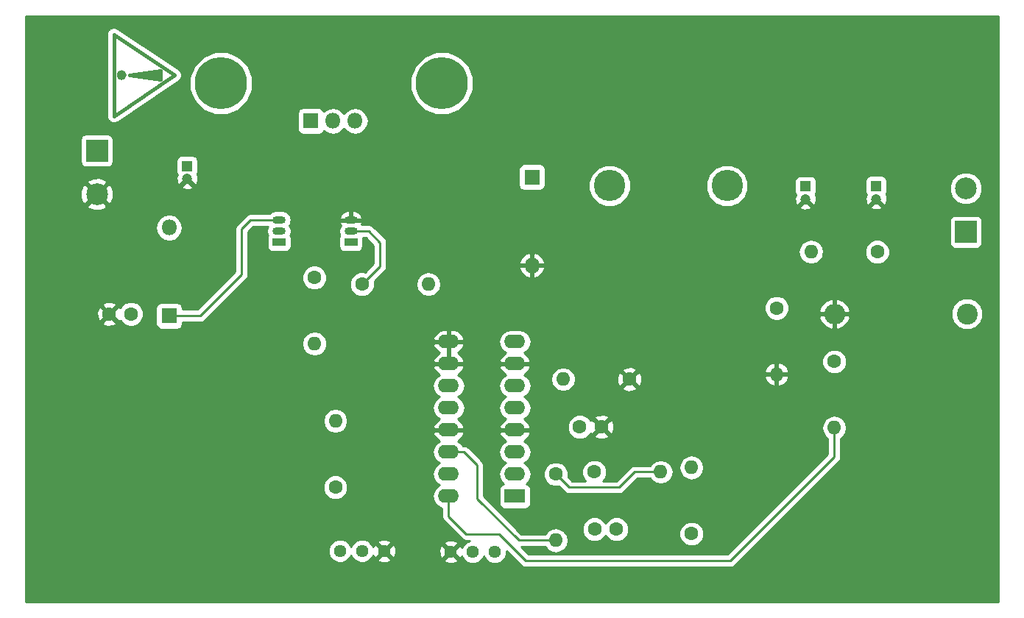
<source format=gbr>
G04 #@! TF.FileFunction,Copper,L1,Top,Signal*
%FSLAX46Y46*%
G04 Gerber Fmt 4.6, Leading zero omitted, Abs format (unit mm)*
G04 Created by KiCad (PCBNEW 4.0.6) date 09/23/17 02:02:46*
%MOMM*%
%LPD*%
G01*
G04 APERTURE LIST*
%ADD10C,0.100000*%
%ADD11C,0.381000*%
%ADD12C,1.600000*%
%ADD13R,1.200000X1.200000*%
%ADD14C,1.200000*%
%ADD15R,1.800000X1.800000*%
%ADD16O,1.800000X1.800000*%
%ADD17R,2.500000X2.500000*%
%ADD18C,2.500000*%
%ADD19C,3.600000*%
%ADD20O,1.500000X0.900000*%
%ADD21R,1.500000X0.900000*%
%ADD22O,1.600000X1.600000*%
%ADD23C,2.400000*%
%ADD24O,2.400000X2.400000*%
%ADD25C,1.440000*%
%ADD26R,2.400000X1.600000*%
%ADD27O,2.400000X1.600000*%
%ADD28C,5.999480*%
%ADD29C,0.250000*%
%ADD30C,0.254000*%
G04 APERTURE END LIST*
D10*
D11*
X91516200Y-49961800D02*
X84531200Y-54660800D01*
X84531200Y-54660800D02*
X84531200Y-45262800D01*
X84531200Y-45262800D02*
X91516200Y-49961800D01*
X85547200Y-49961800D02*
G75*
G03X85547200Y-49961800I-127000J0D01*
G01*
X85779410Y-49961800D02*
G75*
G03X85779410Y-49961800I-359210J0D01*
G01*
X86309200Y-49961800D02*
X89865200Y-49834800D01*
X86436200Y-49961800D02*
X89865200Y-50088800D01*
X89865200Y-49961800D02*
X89865200Y-50469800D01*
X89865200Y-50469800D02*
X86309200Y-49961800D01*
X86309200Y-49961800D02*
X89865200Y-49453800D01*
X89865200Y-49453800D02*
X89865200Y-49961800D01*
D12*
X86512400Y-77444600D03*
X84012400Y-77444600D03*
D13*
X92964000Y-60426600D03*
D14*
X92964000Y-61926600D03*
D12*
X139827000Y-102209600D03*
X142327000Y-102209600D03*
D13*
X164084000Y-62763400D03*
D14*
X164084000Y-64263400D03*
D12*
X140614400Y-90449400D03*
X138114400Y-90449400D03*
D13*
X172212000Y-62738000D03*
D14*
X172212000Y-64238000D03*
D15*
X90881200Y-77673200D03*
D16*
X90881200Y-67513200D03*
D15*
X132613400Y-61696600D03*
D16*
X132613400Y-71856600D03*
D17*
X82575400Y-58648600D03*
D18*
X82575400Y-63648600D03*
D17*
X182524400Y-67995800D03*
D18*
X182524400Y-62995800D03*
D19*
X141554200Y-62687200D03*
X155054200Y-62687200D03*
D20*
X103530400Y-67919600D03*
X103530400Y-66649600D03*
D21*
X103530400Y-69189600D03*
D15*
X107188000Y-55245000D03*
D16*
X109728000Y-55245000D03*
X112268000Y-55245000D03*
D20*
X111785400Y-67919600D03*
X111785400Y-66649600D03*
D21*
X111785400Y-69189600D03*
D12*
X110007400Y-97383600D03*
D22*
X110007400Y-89763600D03*
D12*
X135356600Y-95885000D03*
D22*
X135356600Y-103505000D03*
D12*
X139801600Y-95631000D03*
D22*
X147421600Y-95631000D03*
D12*
X150977600Y-102743000D03*
D22*
X150977600Y-95123000D03*
D12*
X160756600Y-76758800D03*
D22*
X160756600Y-84378800D03*
D12*
X172339000Y-70307200D03*
D22*
X164719000Y-70307200D03*
D12*
X113080800Y-74015600D03*
D22*
X120700800Y-74015600D03*
D12*
X143840200Y-84963000D03*
D22*
X136220200Y-84963000D03*
D12*
X107594400Y-73253600D03*
D22*
X107594400Y-80873600D03*
D12*
X167386000Y-82931000D03*
D22*
X167386000Y-90551000D03*
D23*
X182651400Y-77444600D03*
D24*
X167411400Y-77444600D03*
D25*
X110540800Y-104724200D03*
X113080800Y-104724200D03*
X115620800Y-104724200D03*
X128371600Y-104825800D03*
X125831600Y-104825800D03*
X123291600Y-104825800D03*
D26*
X130657600Y-98425000D03*
D27*
X123037600Y-80645000D03*
X130657600Y-95885000D03*
X123037600Y-83185000D03*
X130657600Y-93345000D03*
X123037600Y-85725000D03*
X130657600Y-90805000D03*
X123037600Y-88265000D03*
X130657600Y-88265000D03*
X123037600Y-90805000D03*
X130657600Y-85725000D03*
X123037600Y-93345000D03*
X130657600Y-83185000D03*
X123037600Y-95885000D03*
X130657600Y-80645000D03*
X123037600Y-98425000D03*
D28*
X122250200Y-50901600D03*
X96850200Y-50901600D03*
D29*
X90881200Y-77673200D02*
X94462600Y-77673200D01*
X100253800Y-66649600D02*
X103530400Y-66649600D01*
X99237800Y-67665600D02*
X100253800Y-66649600D01*
X99237800Y-72898000D02*
X99237800Y-67665600D01*
X94462600Y-77673200D02*
X99237800Y-72898000D01*
X111785400Y-67919600D02*
X113842800Y-67919600D01*
X115163600Y-71932800D02*
X113080800Y-74015600D01*
X115163600Y-69240400D02*
X115163600Y-71932800D01*
X113842800Y-67919600D02*
X115163600Y-69240400D01*
X135356600Y-103505000D02*
X131089400Y-103505000D01*
X124790200Y-93345000D02*
X123037600Y-93345000D01*
X126314200Y-94869000D02*
X124790200Y-93345000D01*
X126314200Y-98729800D02*
X126314200Y-94869000D01*
X131089400Y-103505000D02*
X126314200Y-98729800D01*
X147421600Y-95631000D02*
X144424400Y-95631000D01*
X136880600Y-97409000D02*
X135356600Y-95885000D01*
X142646400Y-97409000D02*
X136880600Y-97409000D01*
X144424400Y-95631000D02*
X142646400Y-97409000D01*
X167386000Y-90551000D02*
X167386000Y-93903800D01*
X123037600Y-100761800D02*
X123037600Y-98425000D01*
X125044200Y-102768400D02*
X123037600Y-100761800D01*
X128803400Y-102768400D02*
X125044200Y-102768400D01*
X131902200Y-105867200D02*
X128803400Y-102768400D01*
X155422600Y-105867200D02*
X131902200Y-105867200D01*
X167386000Y-93903800D02*
X155422600Y-105867200D01*
D30*
G36*
X186283552Y-110617000D02*
X74371295Y-110617000D01*
X74375515Y-104992544D01*
X109185565Y-104992544D01*
X109391417Y-105490743D01*
X109772252Y-105872243D01*
X110270091Y-106078964D01*
X110809144Y-106079435D01*
X111307343Y-105873583D01*
X111688843Y-105492748D01*
X111810845Y-105198936D01*
X111931417Y-105490743D01*
X112312252Y-105872243D01*
X112810091Y-106078964D01*
X113349144Y-106079435D01*
X113847343Y-105873583D01*
X114047300Y-105673974D01*
X114850631Y-105673974D01*
X114914931Y-105911811D01*
X115423142Y-106091533D01*
X115961444Y-106063092D01*
X116326669Y-105911811D01*
X116363501Y-105775574D01*
X122521431Y-105775574D01*
X122585731Y-106013411D01*
X123093942Y-106193133D01*
X123632244Y-106164692D01*
X123997469Y-106013411D01*
X124061769Y-105775574D01*
X123291600Y-105005405D01*
X122521431Y-105775574D01*
X116363501Y-105775574D01*
X116390969Y-105673974D01*
X115620800Y-104903805D01*
X114850631Y-105673974D01*
X114047300Y-105673974D01*
X114228843Y-105492748D01*
X114344139Y-105215084D01*
X114433189Y-105430069D01*
X114671026Y-105494369D01*
X115441195Y-104724200D01*
X115800405Y-104724200D01*
X116570574Y-105494369D01*
X116808411Y-105430069D01*
X116988133Y-104921858D01*
X116972615Y-104628142D01*
X121924267Y-104628142D01*
X121952708Y-105166444D01*
X122103989Y-105531669D01*
X122341826Y-105595969D01*
X123111995Y-104825800D01*
X122341826Y-104055631D01*
X122103989Y-104119931D01*
X121924267Y-104628142D01*
X116972615Y-104628142D01*
X116959692Y-104383556D01*
X116808411Y-104018331D01*
X116570574Y-103954031D01*
X115800405Y-104724200D01*
X115441195Y-104724200D01*
X114671026Y-103954031D01*
X114433189Y-104018331D01*
X114351131Y-104250372D01*
X114230183Y-103957657D01*
X114047272Y-103774426D01*
X114850631Y-103774426D01*
X115620800Y-104544595D01*
X116289369Y-103876026D01*
X122521431Y-103876026D01*
X123291600Y-104646195D01*
X124061769Y-103876026D01*
X123997469Y-103638189D01*
X123489258Y-103458467D01*
X122950956Y-103486908D01*
X122585731Y-103638189D01*
X122521431Y-103876026D01*
X116289369Y-103876026D01*
X116390969Y-103774426D01*
X116326669Y-103536589D01*
X115818458Y-103356867D01*
X115280156Y-103385308D01*
X114914931Y-103536589D01*
X114850631Y-103774426D01*
X114047272Y-103774426D01*
X113849348Y-103576157D01*
X113351509Y-103369436D01*
X112812456Y-103368965D01*
X112314257Y-103574817D01*
X111932757Y-103955652D01*
X111810755Y-104249464D01*
X111690183Y-103957657D01*
X111309348Y-103576157D01*
X110811509Y-103369436D01*
X110272456Y-103368965D01*
X109774257Y-103574817D01*
X109392757Y-103955652D01*
X109186036Y-104453491D01*
X109185565Y-104992544D01*
X74375515Y-104992544D01*
X74381012Y-97667787D01*
X108572152Y-97667787D01*
X108790157Y-98195400D01*
X109193477Y-98599424D01*
X109720709Y-98818350D01*
X110291587Y-98818848D01*
X110819200Y-98600843D01*
X111223224Y-98197523D01*
X111442150Y-97670291D01*
X111442648Y-97099413D01*
X111224643Y-96571800D01*
X110821323Y-96167776D01*
X110294091Y-95948850D01*
X109723213Y-95948352D01*
X109195600Y-96166357D01*
X108791576Y-96569677D01*
X108572650Y-97096909D01*
X108572152Y-97667787D01*
X74381012Y-97667787D01*
X74384256Y-93345000D01*
X121166650Y-93345000D01*
X121275883Y-93894151D01*
X121586952Y-94359698D01*
X121969038Y-94615000D01*
X121586952Y-94870302D01*
X121275883Y-95335849D01*
X121166650Y-95885000D01*
X121275883Y-96434151D01*
X121586952Y-96899698D01*
X121969038Y-97155000D01*
X121586952Y-97410302D01*
X121275883Y-97875849D01*
X121166650Y-98425000D01*
X121275883Y-98974151D01*
X121586952Y-99439698D01*
X122052499Y-99750767D01*
X122277600Y-99795542D01*
X122277600Y-100761800D01*
X122335452Y-101052639D01*
X122500199Y-101299201D01*
X124506799Y-103305801D01*
X124753361Y-103470548D01*
X125044200Y-103528400D01*
X125423285Y-103528400D01*
X125065057Y-103676417D01*
X124683557Y-104057252D01*
X124568261Y-104334916D01*
X124479211Y-104119931D01*
X124241374Y-104055631D01*
X123471205Y-104825800D01*
X124241374Y-105595969D01*
X124479211Y-105531669D01*
X124561269Y-105299628D01*
X124682217Y-105592343D01*
X125063052Y-105973843D01*
X125560891Y-106180564D01*
X126099944Y-106181035D01*
X126598143Y-105975183D01*
X126979643Y-105594348D01*
X127101645Y-105300536D01*
X127222217Y-105592343D01*
X127603052Y-105973843D01*
X128100891Y-106180564D01*
X128639944Y-106181035D01*
X129138143Y-105975183D01*
X129519643Y-105594348D01*
X129726364Y-105096509D01*
X129726652Y-104766454D01*
X131364799Y-106404601D01*
X131611361Y-106569348D01*
X131902200Y-106627200D01*
X155422600Y-106627200D01*
X155713439Y-106569348D01*
X155960001Y-106404601D01*
X167923401Y-94441201D01*
X168088148Y-94194639D01*
X168146000Y-93903800D01*
X168146000Y-91763995D01*
X168400698Y-91593811D01*
X168711767Y-91128264D01*
X168821000Y-90579113D01*
X168821000Y-90522887D01*
X168711767Y-89973736D01*
X168400698Y-89508189D01*
X167935151Y-89197120D01*
X167386000Y-89087887D01*
X166836849Y-89197120D01*
X166371302Y-89508189D01*
X166060233Y-89973736D01*
X165951000Y-90522887D01*
X165951000Y-90579113D01*
X166060233Y-91128264D01*
X166371302Y-91593811D01*
X166626000Y-91763995D01*
X166626000Y-93588998D01*
X155107798Y-105107200D01*
X132217002Y-105107200D01*
X131374802Y-104265000D01*
X134152933Y-104265000D01*
X134341902Y-104547811D01*
X134807449Y-104858880D01*
X135356600Y-104968113D01*
X135905751Y-104858880D01*
X136371298Y-104547811D01*
X136682367Y-104082264D01*
X136791600Y-103533113D01*
X136791600Y-103476887D01*
X136682367Y-102927736D01*
X136392412Y-102493787D01*
X138391752Y-102493787D01*
X138609757Y-103021400D01*
X139013077Y-103425424D01*
X139540309Y-103644350D01*
X140111187Y-103644848D01*
X140638800Y-103426843D01*
X141042824Y-103023523D01*
X141076813Y-102941669D01*
X141109757Y-103021400D01*
X141513077Y-103425424D01*
X142040309Y-103644350D01*
X142611187Y-103644848D01*
X143138800Y-103426843D01*
X143539153Y-103027187D01*
X149542352Y-103027187D01*
X149760357Y-103554800D01*
X150163677Y-103958824D01*
X150690909Y-104177750D01*
X151261787Y-104178248D01*
X151789400Y-103960243D01*
X152193424Y-103556923D01*
X152412350Y-103029691D01*
X152412848Y-102458813D01*
X152194843Y-101931200D01*
X151791523Y-101527176D01*
X151264291Y-101308250D01*
X150693413Y-101307752D01*
X150165800Y-101525757D01*
X149761776Y-101929077D01*
X149542850Y-102456309D01*
X149542352Y-103027187D01*
X143539153Y-103027187D01*
X143542824Y-103023523D01*
X143761750Y-102496291D01*
X143762248Y-101925413D01*
X143544243Y-101397800D01*
X143140923Y-100993776D01*
X142613691Y-100774850D01*
X142042813Y-100774352D01*
X141515200Y-100992357D01*
X141111176Y-101395677D01*
X141077187Y-101477531D01*
X141044243Y-101397800D01*
X140640923Y-100993776D01*
X140113691Y-100774850D01*
X139542813Y-100774352D01*
X139015200Y-100992357D01*
X138611176Y-101395677D01*
X138392250Y-101922909D01*
X138391752Y-102493787D01*
X136392412Y-102493787D01*
X136371298Y-102462189D01*
X135905751Y-102151120D01*
X135356600Y-102041887D01*
X134807449Y-102151120D01*
X134341902Y-102462189D01*
X134152933Y-102745000D01*
X131404202Y-102745000D01*
X127074200Y-98414998D01*
X127074200Y-94869000D01*
X127016348Y-94578161D01*
X127016348Y-94578160D01*
X126851601Y-94331599D01*
X125865002Y-93345000D01*
X128786650Y-93345000D01*
X128895883Y-93894151D01*
X129206952Y-94359698D01*
X129589038Y-94615000D01*
X129206952Y-94870302D01*
X128895883Y-95335849D01*
X128786650Y-95885000D01*
X128895883Y-96434151D01*
X129206952Y-96899698D01*
X129352950Y-96997251D01*
X129222283Y-97021838D01*
X129006159Y-97160910D01*
X128861169Y-97373110D01*
X128810160Y-97625000D01*
X128810160Y-99225000D01*
X128854438Y-99460317D01*
X128993510Y-99676441D01*
X129205710Y-99821431D01*
X129457600Y-99872440D01*
X131857600Y-99872440D01*
X132092917Y-99828162D01*
X132309041Y-99689090D01*
X132454031Y-99476890D01*
X132505040Y-99225000D01*
X132505040Y-97625000D01*
X132460762Y-97389683D01*
X132321690Y-97173559D01*
X132109490Y-97028569D01*
X131960526Y-96998403D01*
X132108248Y-96899698D01*
X132419317Y-96434151D01*
X132472021Y-96169187D01*
X133921352Y-96169187D01*
X134139357Y-96696800D01*
X134542677Y-97100824D01*
X135069909Y-97319750D01*
X135640787Y-97320248D01*
X135694749Y-97297951D01*
X136343199Y-97946401D01*
X136589760Y-98111148D01*
X136638014Y-98120746D01*
X136880600Y-98169000D01*
X142646400Y-98169000D01*
X142937239Y-98111148D01*
X143183801Y-97946401D01*
X144739202Y-96391000D01*
X146208605Y-96391000D01*
X146378789Y-96645698D01*
X146844336Y-96956767D01*
X147393487Y-97066000D01*
X147449713Y-97066000D01*
X147998864Y-96956767D01*
X148464411Y-96645698D01*
X148775480Y-96180151D01*
X148884713Y-95631000D01*
X148778074Y-95094887D01*
X149542600Y-95094887D01*
X149542600Y-95151113D01*
X149651833Y-95700264D01*
X149962902Y-96165811D01*
X150428449Y-96476880D01*
X150977600Y-96586113D01*
X151526751Y-96476880D01*
X151992298Y-96165811D01*
X152303367Y-95700264D01*
X152412600Y-95151113D01*
X152412600Y-95094887D01*
X152303367Y-94545736D01*
X151992298Y-94080189D01*
X151526751Y-93769120D01*
X150977600Y-93659887D01*
X150428449Y-93769120D01*
X149962902Y-94080189D01*
X149651833Y-94545736D01*
X149542600Y-95094887D01*
X148778074Y-95094887D01*
X148775480Y-95081849D01*
X148464411Y-94616302D01*
X147998864Y-94305233D01*
X147449713Y-94196000D01*
X147393487Y-94196000D01*
X146844336Y-94305233D01*
X146378789Y-94616302D01*
X146208605Y-94871000D01*
X144424400Y-94871000D01*
X144133561Y-94928852D01*
X143886999Y-95093599D01*
X142331598Y-96649000D01*
X140812991Y-96649000D01*
X141017424Y-96444923D01*
X141236350Y-95917691D01*
X141236848Y-95346813D01*
X141018843Y-94819200D01*
X140615523Y-94415176D01*
X140088291Y-94196250D01*
X139517413Y-94195752D01*
X138989800Y-94413757D01*
X138585776Y-94817077D01*
X138366850Y-95344309D01*
X138366352Y-95915187D01*
X138584357Y-96442800D01*
X138790198Y-96649000D01*
X137195402Y-96649000D01*
X136769856Y-96223454D01*
X136791350Y-96171691D01*
X136791848Y-95600813D01*
X136573843Y-95073200D01*
X136170523Y-94669176D01*
X135643291Y-94450250D01*
X135072413Y-94449752D01*
X134544800Y-94667757D01*
X134140776Y-95071077D01*
X133921850Y-95598309D01*
X133921352Y-96169187D01*
X132472021Y-96169187D01*
X132528550Y-95885000D01*
X132419317Y-95335849D01*
X132108248Y-94870302D01*
X131726162Y-94615000D01*
X132108248Y-94359698D01*
X132419317Y-93894151D01*
X132528550Y-93345000D01*
X132419317Y-92795849D01*
X132108248Y-92330302D01*
X131729893Y-92077493D01*
X132162100Y-91729896D01*
X132431967Y-91236819D01*
X132449504Y-91154039D01*
X132327515Y-90932000D01*
X130784600Y-90932000D01*
X130784600Y-90952000D01*
X130530600Y-90952000D01*
X130530600Y-90932000D01*
X128987685Y-90932000D01*
X128865696Y-91154039D01*
X128883233Y-91236819D01*
X129153100Y-91729896D01*
X129585307Y-92077493D01*
X129206952Y-92330302D01*
X128895883Y-92795849D01*
X128786650Y-93345000D01*
X125865002Y-93345000D01*
X125327601Y-92807599D01*
X125081039Y-92642852D01*
X124790200Y-92585000D01*
X124658432Y-92585000D01*
X124488248Y-92330302D01*
X124109893Y-92077493D01*
X124542100Y-91729896D01*
X124811967Y-91236819D01*
X124829504Y-91154039D01*
X124707515Y-90932000D01*
X123164600Y-90932000D01*
X123164600Y-90952000D01*
X122910600Y-90952000D01*
X122910600Y-90932000D01*
X121367685Y-90932000D01*
X121245696Y-91154039D01*
X121263233Y-91236819D01*
X121533100Y-91729896D01*
X121965307Y-92077493D01*
X121586952Y-92330302D01*
X121275883Y-92795849D01*
X121166650Y-93345000D01*
X74384256Y-93345000D01*
X74386965Y-89735487D01*
X108572400Y-89735487D01*
X108572400Y-89791713D01*
X108681633Y-90340864D01*
X108992702Y-90806411D01*
X109458249Y-91117480D01*
X110007400Y-91226713D01*
X110556551Y-91117480D01*
X111022098Y-90806411D01*
X111070757Y-90733587D01*
X136679152Y-90733587D01*
X136897157Y-91261200D01*
X137300477Y-91665224D01*
X137827709Y-91884150D01*
X138398587Y-91884648D01*
X138926200Y-91666643D01*
X139136063Y-91457145D01*
X139786261Y-91457145D01*
X139860395Y-91703264D01*
X140397623Y-91896365D01*
X140967854Y-91869178D01*
X141368405Y-91703264D01*
X141442539Y-91457145D01*
X140614400Y-90629005D01*
X139786261Y-91457145D01*
X139136063Y-91457145D01*
X139330224Y-91263323D01*
X139357823Y-91196856D01*
X139360536Y-91203405D01*
X139606655Y-91277539D01*
X140434795Y-90449400D01*
X140794005Y-90449400D01*
X141622145Y-91277539D01*
X141868264Y-91203405D01*
X142061365Y-90666177D01*
X142034178Y-90095946D01*
X141868264Y-89695395D01*
X141622145Y-89621261D01*
X140794005Y-90449400D01*
X140434795Y-90449400D01*
X139606655Y-89621261D01*
X139360536Y-89695395D01*
X139358204Y-89701883D01*
X139331643Y-89637600D01*
X139136040Y-89441655D01*
X139786261Y-89441655D01*
X140614400Y-90269795D01*
X141442539Y-89441655D01*
X141368405Y-89195536D01*
X140831177Y-89002435D01*
X140260946Y-89029622D01*
X139860395Y-89195536D01*
X139786261Y-89441655D01*
X139136040Y-89441655D01*
X138928323Y-89233576D01*
X138401091Y-89014650D01*
X137830213Y-89014152D01*
X137302600Y-89232157D01*
X136898576Y-89635477D01*
X136679650Y-90162709D01*
X136679152Y-90733587D01*
X111070757Y-90733587D01*
X111333167Y-90340864D01*
X111442400Y-89791713D01*
X111442400Y-89735487D01*
X111333167Y-89186336D01*
X111022098Y-88720789D01*
X110556551Y-88409720D01*
X110007400Y-88300487D01*
X109458249Y-88409720D01*
X108992702Y-88720789D01*
X108681633Y-89186336D01*
X108572400Y-89735487D01*
X74386965Y-89735487D01*
X74389974Y-85725000D01*
X121166650Y-85725000D01*
X121275883Y-86274151D01*
X121586952Y-86739698D01*
X121969038Y-86995000D01*
X121586952Y-87250302D01*
X121275883Y-87715849D01*
X121166650Y-88265000D01*
X121275883Y-88814151D01*
X121586952Y-89279698D01*
X121965307Y-89532507D01*
X121533100Y-89880104D01*
X121263233Y-90373181D01*
X121245696Y-90455961D01*
X121367685Y-90678000D01*
X122910600Y-90678000D01*
X122910600Y-90658000D01*
X123164600Y-90658000D01*
X123164600Y-90678000D01*
X124707515Y-90678000D01*
X124829504Y-90455961D01*
X124811967Y-90373181D01*
X124542100Y-89880104D01*
X124109893Y-89532507D01*
X124488248Y-89279698D01*
X124799317Y-88814151D01*
X124908550Y-88265000D01*
X124799317Y-87715849D01*
X124488248Y-87250302D01*
X124106162Y-86995000D01*
X124488248Y-86739698D01*
X124799317Y-86274151D01*
X124908550Y-85725000D01*
X128786650Y-85725000D01*
X128895883Y-86274151D01*
X129206952Y-86739698D01*
X129589038Y-86995000D01*
X129206952Y-87250302D01*
X128895883Y-87715849D01*
X128786650Y-88265000D01*
X128895883Y-88814151D01*
X129206952Y-89279698D01*
X129585307Y-89532507D01*
X129153100Y-89880104D01*
X128883233Y-90373181D01*
X128865696Y-90455961D01*
X128987685Y-90678000D01*
X130530600Y-90678000D01*
X130530600Y-90658000D01*
X130784600Y-90658000D01*
X130784600Y-90678000D01*
X132327515Y-90678000D01*
X132449504Y-90455961D01*
X132431967Y-90373181D01*
X132162100Y-89880104D01*
X131729893Y-89532507D01*
X132108248Y-89279698D01*
X132419317Y-88814151D01*
X132528550Y-88265000D01*
X132419317Y-87715849D01*
X132108248Y-87250302D01*
X131726162Y-86995000D01*
X132108248Y-86739698D01*
X132419317Y-86274151D01*
X132528550Y-85725000D01*
X132419317Y-85175849D01*
X132277096Y-84963000D01*
X134757087Y-84963000D01*
X134866320Y-85512151D01*
X135177389Y-85977698D01*
X135642936Y-86288767D01*
X136192087Y-86398000D01*
X136248313Y-86398000D01*
X136797464Y-86288767D01*
X137263011Y-85977698D01*
X137267656Y-85970745D01*
X143012061Y-85970745D01*
X143086195Y-86216864D01*
X143623423Y-86409965D01*
X144193654Y-86382778D01*
X144594205Y-86216864D01*
X144668339Y-85970745D01*
X143840200Y-85142605D01*
X143012061Y-85970745D01*
X137267656Y-85970745D01*
X137574080Y-85512151D01*
X137683313Y-84963000D01*
X137640194Y-84746223D01*
X142393235Y-84746223D01*
X142420422Y-85316454D01*
X142586336Y-85717005D01*
X142832455Y-85791139D01*
X143660595Y-84963000D01*
X144019805Y-84963000D01*
X144847945Y-85791139D01*
X145094064Y-85717005D01*
X145287165Y-85179777D01*
X145265618Y-84727841D01*
X159364686Y-84727841D01*
X159604211Y-85233934D01*
X160019177Y-85609841D01*
X160407561Y-85770704D01*
X160629600Y-85648715D01*
X160629600Y-84505800D01*
X160883600Y-84505800D01*
X160883600Y-85648715D01*
X161105639Y-85770704D01*
X161494023Y-85609841D01*
X161908989Y-85233934D01*
X162148514Y-84727841D01*
X162027229Y-84505800D01*
X160883600Y-84505800D01*
X160629600Y-84505800D01*
X159485971Y-84505800D01*
X159364686Y-84727841D01*
X145265618Y-84727841D01*
X145259978Y-84609546D01*
X145094064Y-84208995D01*
X144847945Y-84134861D01*
X144019805Y-84963000D01*
X143660595Y-84963000D01*
X142832455Y-84134861D01*
X142586336Y-84208995D01*
X142393235Y-84746223D01*
X137640194Y-84746223D01*
X137574080Y-84413849D01*
X137267657Y-83955255D01*
X143012061Y-83955255D01*
X143840200Y-84783395D01*
X144593835Y-84029759D01*
X159364686Y-84029759D01*
X159485971Y-84251800D01*
X160629600Y-84251800D01*
X160629600Y-83108885D01*
X160883600Y-83108885D01*
X160883600Y-84251800D01*
X162027229Y-84251800D01*
X162148514Y-84029759D01*
X161908989Y-83523666D01*
X161568458Y-83215187D01*
X165950752Y-83215187D01*
X166168757Y-83742800D01*
X166572077Y-84146824D01*
X167099309Y-84365750D01*
X167670187Y-84366248D01*
X168197800Y-84148243D01*
X168601824Y-83744923D01*
X168820750Y-83217691D01*
X168821248Y-82646813D01*
X168603243Y-82119200D01*
X168199923Y-81715176D01*
X167672691Y-81496250D01*
X167101813Y-81495752D01*
X166574200Y-81713757D01*
X166170176Y-82117077D01*
X165951250Y-82644309D01*
X165950752Y-83215187D01*
X161568458Y-83215187D01*
X161494023Y-83147759D01*
X161105639Y-82986896D01*
X160883600Y-83108885D01*
X160629600Y-83108885D01*
X160407561Y-82986896D01*
X160019177Y-83147759D01*
X159604211Y-83523666D01*
X159364686Y-84029759D01*
X144593835Y-84029759D01*
X144668339Y-83955255D01*
X144594205Y-83709136D01*
X144056977Y-83516035D01*
X143486746Y-83543222D01*
X143086195Y-83709136D01*
X143012061Y-83955255D01*
X137267657Y-83955255D01*
X137263011Y-83948302D01*
X136797464Y-83637233D01*
X136248313Y-83528000D01*
X136192087Y-83528000D01*
X135642936Y-83637233D01*
X135177389Y-83948302D01*
X134866320Y-84413849D01*
X134757087Y-84963000D01*
X132277096Y-84963000D01*
X132108248Y-84710302D01*
X131729893Y-84457493D01*
X132162100Y-84109896D01*
X132431967Y-83616819D01*
X132449504Y-83534039D01*
X132327515Y-83312000D01*
X130784600Y-83312000D01*
X130784600Y-83332000D01*
X130530600Y-83332000D01*
X130530600Y-83312000D01*
X128987685Y-83312000D01*
X128865696Y-83534039D01*
X128883233Y-83616819D01*
X129153100Y-84109896D01*
X129585307Y-84457493D01*
X129206952Y-84710302D01*
X128895883Y-85175849D01*
X128786650Y-85725000D01*
X124908550Y-85725000D01*
X124799317Y-85175849D01*
X124488248Y-84710302D01*
X124109893Y-84457493D01*
X124542100Y-84109896D01*
X124811967Y-83616819D01*
X124829504Y-83534039D01*
X124707515Y-83312000D01*
X123164600Y-83312000D01*
X123164600Y-83332000D01*
X122910600Y-83332000D01*
X122910600Y-83312000D01*
X121367685Y-83312000D01*
X121245696Y-83534039D01*
X121263233Y-83616819D01*
X121533100Y-84109896D01*
X121965307Y-84457493D01*
X121586952Y-84710302D01*
X121275883Y-85175849D01*
X121166650Y-85725000D01*
X74389974Y-85725000D01*
X74393637Y-80845487D01*
X106159400Y-80845487D01*
X106159400Y-80901713D01*
X106268633Y-81450864D01*
X106579702Y-81916411D01*
X107045249Y-82227480D01*
X107594400Y-82336713D01*
X108143551Y-82227480D01*
X108609098Y-81916411D01*
X108920167Y-81450864D01*
X109011035Y-80994039D01*
X121245696Y-80994039D01*
X121263233Y-81076819D01*
X121533100Y-81569896D01*
X121962207Y-81915000D01*
X121533100Y-82260104D01*
X121263233Y-82753181D01*
X121245696Y-82835961D01*
X121367685Y-83058000D01*
X122910600Y-83058000D01*
X122910600Y-80772000D01*
X123164600Y-80772000D01*
X123164600Y-83058000D01*
X124707515Y-83058000D01*
X124829504Y-82835961D01*
X124811967Y-82753181D01*
X124542100Y-82260104D01*
X124112993Y-81915000D01*
X124542100Y-81569896D01*
X124811967Y-81076819D01*
X124829504Y-80994039D01*
X124707515Y-80772000D01*
X123164600Y-80772000D01*
X122910600Y-80772000D01*
X121367685Y-80772000D01*
X121245696Y-80994039D01*
X109011035Y-80994039D01*
X109029400Y-80901713D01*
X109029400Y-80845487D01*
X108989521Y-80645000D01*
X128786650Y-80645000D01*
X128895883Y-81194151D01*
X129206952Y-81659698D01*
X129585307Y-81912507D01*
X129153100Y-82260104D01*
X128883233Y-82753181D01*
X128865696Y-82835961D01*
X128987685Y-83058000D01*
X130530600Y-83058000D01*
X130530600Y-83038000D01*
X130784600Y-83038000D01*
X130784600Y-83058000D01*
X132327515Y-83058000D01*
X132449504Y-82835961D01*
X132431967Y-82753181D01*
X132162100Y-82260104D01*
X131729893Y-81912507D01*
X132108248Y-81659698D01*
X132419317Y-81194151D01*
X132528550Y-80645000D01*
X132419317Y-80095849D01*
X132108248Y-79630302D01*
X131642701Y-79319233D01*
X131093550Y-79210000D01*
X130221650Y-79210000D01*
X129672499Y-79319233D01*
X129206952Y-79630302D01*
X128895883Y-80095849D01*
X128786650Y-80645000D01*
X108989521Y-80645000D01*
X108920167Y-80296336D01*
X108919917Y-80295961D01*
X121245696Y-80295961D01*
X121367685Y-80518000D01*
X122910600Y-80518000D01*
X122910600Y-79210000D01*
X123164600Y-79210000D01*
X123164600Y-80518000D01*
X124707515Y-80518000D01*
X124829504Y-80295961D01*
X124811967Y-80213181D01*
X124542100Y-79720104D01*
X124104083Y-79367834D01*
X123564600Y-79210000D01*
X123164600Y-79210000D01*
X122910600Y-79210000D01*
X122510600Y-79210000D01*
X121971117Y-79367834D01*
X121533100Y-79720104D01*
X121263233Y-80213181D01*
X121245696Y-80295961D01*
X108919917Y-80295961D01*
X108609098Y-79830789D01*
X108143551Y-79519720D01*
X107594400Y-79410487D01*
X107045249Y-79519720D01*
X106579702Y-79830789D01*
X106268633Y-80296336D01*
X106159400Y-80845487D01*
X74393637Y-80845487D01*
X74395433Y-78452345D01*
X83184261Y-78452345D01*
X83258395Y-78698464D01*
X83795623Y-78891565D01*
X84365854Y-78864378D01*
X84766405Y-78698464D01*
X84840539Y-78452345D01*
X84012400Y-77624205D01*
X83184261Y-78452345D01*
X74395433Y-78452345D01*
X74396352Y-77227823D01*
X82565435Y-77227823D01*
X82592622Y-77798054D01*
X82758536Y-78198605D01*
X83004655Y-78272739D01*
X83832795Y-77444600D01*
X84192005Y-77444600D01*
X85020145Y-78272739D01*
X85266264Y-78198605D01*
X85268596Y-78192117D01*
X85295157Y-78256400D01*
X85698477Y-78660424D01*
X86225709Y-78879350D01*
X86796587Y-78879848D01*
X87324200Y-78661843D01*
X87728224Y-78258523D01*
X87947150Y-77731291D01*
X87947648Y-77160413D01*
X87787656Y-76773200D01*
X89333760Y-76773200D01*
X89333760Y-78573200D01*
X89378038Y-78808517D01*
X89517110Y-79024641D01*
X89729310Y-79169631D01*
X89981200Y-79220640D01*
X91781200Y-79220640D01*
X92016517Y-79176362D01*
X92232641Y-79037290D01*
X92377631Y-78825090D01*
X92428640Y-78573200D01*
X92428640Y-78433200D01*
X94462600Y-78433200D01*
X94753439Y-78375348D01*
X95000001Y-78210601D01*
X96167615Y-77042987D01*
X159321352Y-77042987D01*
X159539357Y-77570600D01*
X159942677Y-77974624D01*
X160469909Y-78193550D01*
X161040787Y-78194048D01*
X161568400Y-77976043D01*
X161688246Y-77856405D01*
X165623205Y-77856405D01*
X165855758Y-78417858D01*
X166346624Y-78939092D01*
X166999593Y-79232803D01*
X167284400Y-79116458D01*
X167284400Y-77571600D01*
X167538400Y-77571600D01*
X167538400Y-79116458D01*
X167823207Y-79232803D01*
X168476176Y-78939092D01*
X168967042Y-78417858D01*
X169199595Y-77856405D01*
X169179752Y-77808003D01*
X180816082Y-77808003D01*
X181094855Y-78482686D01*
X181610599Y-78999330D01*
X182284795Y-79279281D01*
X183014803Y-79279918D01*
X183689486Y-79001145D01*
X184206130Y-78485401D01*
X184486081Y-77811205D01*
X184486718Y-77081197D01*
X184207945Y-76406514D01*
X183692201Y-75889870D01*
X183018005Y-75609919D01*
X182287997Y-75609282D01*
X181613314Y-75888055D01*
X181096670Y-76403799D01*
X180816719Y-77077995D01*
X180816082Y-77808003D01*
X169179752Y-77808003D01*
X169082832Y-77571600D01*
X167538400Y-77571600D01*
X167284400Y-77571600D01*
X165739968Y-77571600D01*
X165623205Y-77856405D01*
X161688246Y-77856405D01*
X161972424Y-77572723D01*
X162191350Y-77045491D01*
X162191361Y-77032795D01*
X165623205Y-77032795D01*
X165739968Y-77317600D01*
X167284400Y-77317600D01*
X167284400Y-75772742D01*
X167538400Y-75772742D01*
X167538400Y-77317600D01*
X169082832Y-77317600D01*
X169199595Y-77032795D01*
X168967042Y-76471342D01*
X168476176Y-75950108D01*
X167823207Y-75656397D01*
X167538400Y-75772742D01*
X167284400Y-75772742D01*
X166999593Y-75656397D01*
X166346624Y-75950108D01*
X165855758Y-76471342D01*
X165623205Y-77032795D01*
X162191361Y-77032795D01*
X162191848Y-76474613D01*
X161973843Y-75947000D01*
X161570523Y-75542976D01*
X161043291Y-75324050D01*
X160472413Y-75323552D01*
X159944800Y-75541557D01*
X159540776Y-75944877D01*
X159321850Y-76472109D01*
X159321352Y-77042987D01*
X96167615Y-77042987D01*
X99672815Y-73537787D01*
X106159152Y-73537787D01*
X106377157Y-74065400D01*
X106780477Y-74469424D01*
X107307709Y-74688350D01*
X107878587Y-74688848D01*
X108406200Y-74470843D01*
X108810224Y-74067523D01*
X109029150Y-73540291D01*
X109029648Y-72969413D01*
X108811643Y-72441800D01*
X108408323Y-72037776D01*
X107881091Y-71818850D01*
X107310213Y-71818352D01*
X106782600Y-72036357D01*
X106378576Y-72439677D01*
X106159650Y-72966909D01*
X106159152Y-73537787D01*
X99672815Y-73537787D01*
X99775201Y-73435401D01*
X99939948Y-73188839D01*
X99997800Y-72898000D01*
X99997800Y-67980402D01*
X100568602Y-67409600D01*
X102264192Y-67409600D01*
X102200857Y-67504388D01*
X102118266Y-67919600D01*
X102200857Y-68334812D01*
X102244159Y-68399619D01*
X102183969Y-68487710D01*
X102132960Y-68739600D01*
X102132960Y-69639600D01*
X102177238Y-69874917D01*
X102316310Y-70091041D01*
X102528510Y-70236031D01*
X102780400Y-70287040D01*
X104280400Y-70287040D01*
X104515717Y-70242762D01*
X104731841Y-70103690D01*
X104876831Y-69891490D01*
X104927840Y-69639600D01*
X104927840Y-68739600D01*
X104883562Y-68504283D01*
X104816422Y-68399945D01*
X104859943Y-68334812D01*
X104942534Y-67919600D01*
X110373266Y-67919600D01*
X110455857Y-68334812D01*
X110499159Y-68399619D01*
X110438969Y-68487710D01*
X110387960Y-68739600D01*
X110387960Y-69639600D01*
X110432238Y-69874917D01*
X110571310Y-70091041D01*
X110783510Y-70236031D01*
X111035400Y-70287040D01*
X112535400Y-70287040D01*
X112770717Y-70242762D01*
X112986841Y-70103690D01*
X113131831Y-69891490D01*
X113182840Y-69639600D01*
X113182840Y-68739600D01*
X113171550Y-68679600D01*
X113527998Y-68679600D01*
X114403600Y-69555202D01*
X114403600Y-71617998D01*
X113419254Y-72602344D01*
X113367491Y-72580850D01*
X112796613Y-72580352D01*
X112269000Y-72798357D01*
X111864976Y-73201677D01*
X111646050Y-73728909D01*
X111645552Y-74299787D01*
X111863557Y-74827400D01*
X112266877Y-75231424D01*
X112794109Y-75450350D01*
X113364987Y-75450848D01*
X113892600Y-75232843D01*
X114296624Y-74829523D01*
X114515550Y-74302291D01*
X114515800Y-74015600D01*
X119237687Y-74015600D01*
X119346920Y-74564751D01*
X119657989Y-75030298D01*
X120123536Y-75341367D01*
X120672687Y-75450600D01*
X120728913Y-75450600D01*
X121278064Y-75341367D01*
X121743611Y-75030298D01*
X122054680Y-74564751D01*
X122163913Y-74015600D01*
X122054680Y-73466449D01*
X121743611Y-73000902D01*
X121278064Y-72689833D01*
X120728913Y-72580600D01*
X120672687Y-72580600D01*
X120123536Y-72689833D01*
X119657989Y-73000902D01*
X119346920Y-73466449D01*
X119237687Y-74015600D01*
X114515800Y-74015600D01*
X114516048Y-73731413D01*
X114493751Y-73677451D01*
X115701001Y-72470201D01*
X115865748Y-72223639D01*
X115866204Y-72221342D01*
X131122354Y-72221342D01*
X131375434Y-72764176D01*
X131816983Y-73168840D01*
X132248660Y-73347636D01*
X132486400Y-73226978D01*
X132486400Y-71983600D01*
X132740400Y-71983600D01*
X132740400Y-73226978D01*
X132978140Y-73347636D01*
X133409817Y-73168840D01*
X133851366Y-72764176D01*
X134104446Y-72221342D01*
X133984397Y-71983600D01*
X132740400Y-71983600D01*
X132486400Y-71983600D01*
X131242403Y-71983600D01*
X131122354Y-72221342D01*
X115866204Y-72221342D01*
X115923600Y-71932800D01*
X115923600Y-71491858D01*
X131122354Y-71491858D01*
X131242403Y-71729600D01*
X132486400Y-71729600D01*
X132486400Y-70486222D01*
X132740400Y-70486222D01*
X132740400Y-71729600D01*
X133984397Y-71729600D01*
X134104446Y-71491858D01*
X133851366Y-70949024D01*
X133409817Y-70544360D01*
X132978140Y-70365564D01*
X132740400Y-70486222D01*
X132486400Y-70486222D01*
X132248660Y-70365564D01*
X131816983Y-70544360D01*
X131375434Y-70949024D01*
X131122354Y-71491858D01*
X115923600Y-71491858D01*
X115923600Y-70307200D01*
X163255887Y-70307200D01*
X163365120Y-70856351D01*
X163676189Y-71321898D01*
X164141736Y-71632967D01*
X164690887Y-71742200D01*
X164747113Y-71742200D01*
X165296264Y-71632967D01*
X165761811Y-71321898D01*
X166072880Y-70856351D01*
X166125584Y-70591387D01*
X170903752Y-70591387D01*
X171121757Y-71119000D01*
X171525077Y-71523024D01*
X172052309Y-71741950D01*
X172623187Y-71742448D01*
X173150800Y-71524443D01*
X173554824Y-71121123D01*
X173773750Y-70593891D01*
X173774248Y-70023013D01*
X173556243Y-69495400D01*
X173152923Y-69091376D01*
X172625691Y-68872450D01*
X172054813Y-68871952D01*
X171527200Y-69089957D01*
X171123176Y-69493277D01*
X170904250Y-70020509D01*
X170903752Y-70591387D01*
X166125584Y-70591387D01*
X166182113Y-70307200D01*
X166072880Y-69758049D01*
X165761811Y-69292502D01*
X165296264Y-68981433D01*
X164747113Y-68872200D01*
X164690887Y-68872200D01*
X164141736Y-68981433D01*
X163676189Y-69292502D01*
X163365120Y-69758049D01*
X163255887Y-70307200D01*
X115923600Y-70307200D01*
X115923600Y-69240400D01*
X115893675Y-69089957D01*
X115865748Y-68949560D01*
X115701001Y-68702999D01*
X114380201Y-67382199D01*
X114133639Y-67217452D01*
X113842800Y-67159600D01*
X113024236Y-67159600D01*
X113129808Y-66943601D01*
X113002902Y-66776600D01*
X111912400Y-66776600D01*
X111912400Y-66796600D01*
X111658400Y-66796600D01*
X111658400Y-66776600D01*
X110567898Y-66776600D01*
X110440992Y-66943601D01*
X110605570Y-67280326D01*
X110455857Y-67504388D01*
X110373266Y-67919600D01*
X104942534Y-67919600D01*
X104859943Y-67504388D01*
X104713085Y-67284600D01*
X104859943Y-67064812D01*
X104923398Y-66745800D01*
X180626960Y-66745800D01*
X180626960Y-69245800D01*
X180671238Y-69481117D01*
X180810310Y-69697241D01*
X181022510Y-69842231D01*
X181274400Y-69893240D01*
X183774400Y-69893240D01*
X184009717Y-69848962D01*
X184225841Y-69709890D01*
X184370831Y-69497690D01*
X184421840Y-69245800D01*
X184421840Y-66745800D01*
X184377562Y-66510483D01*
X184238490Y-66294359D01*
X184026290Y-66149369D01*
X183774400Y-66098360D01*
X181274400Y-66098360D01*
X181039083Y-66142638D01*
X180822959Y-66281710D01*
X180677969Y-66493910D01*
X180626960Y-66745800D01*
X104923398Y-66745800D01*
X104942534Y-66649600D01*
X104884054Y-66355599D01*
X110440992Y-66355599D01*
X110567898Y-66522600D01*
X111658400Y-66522600D01*
X111658400Y-65564600D01*
X111912400Y-65564600D01*
X111912400Y-66522600D01*
X113002902Y-66522600D01*
X113129808Y-66355599D01*
X112942413Y-65972192D01*
X112617944Y-65695792D01*
X112212400Y-65564600D01*
X111912400Y-65564600D01*
X111658400Y-65564600D01*
X111358400Y-65564600D01*
X110952856Y-65695792D01*
X110628387Y-65972192D01*
X110440992Y-66355599D01*
X104884054Y-66355599D01*
X104859943Y-66234388D01*
X104624745Y-65882389D01*
X104272746Y-65647191D01*
X103857534Y-65564600D01*
X103203266Y-65564600D01*
X102788054Y-65647191D01*
X102436055Y-65882389D01*
X102431237Y-65889600D01*
X100253800Y-65889600D01*
X99962961Y-65947452D01*
X99716399Y-66112199D01*
X98700399Y-67128199D01*
X98535652Y-67374761D01*
X98477800Y-67665600D01*
X98477800Y-72583198D01*
X94147798Y-76913200D01*
X92428640Y-76913200D01*
X92428640Y-76773200D01*
X92384362Y-76537883D01*
X92245290Y-76321759D01*
X92033090Y-76176769D01*
X91781200Y-76125760D01*
X89981200Y-76125760D01*
X89745883Y-76170038D01*
X89529759Y-76309110D01*
X89384769Y-76521310D01*
X89333760Y-76773200D01*
X87787656Y-76773200D01*
X87729643Y-76632800D01*
X87326323Y-76228776D01*
X86799091Y-76009850D01*
X86228213Y-76009352D01*
X85700600Y-76227357D01*
X85296576Y-76630677D01*
X85268977Y-76697144D01*
X85266264Y-76690595D01*
X85020145Y-76616461D01*
X84192005Y-77444600D01*
X83832795Y-77444600D01*
X83004655Y-76616461D01*
X82758536Y-76690595D01*
X82565435Y-77227823D01*
X74396352Y-77227823D01*
X74396945Y-76436855D01*
X83184261Y-76436855D01*
X84012400Y-77264995D01*
X84840539Y-76436855D01*
X84766405Y-76190736D01*
X84229177Y-75997635D01*
X83658946Y-76024822D01*
X83258395Y-76190736D01*
X83184261Y-76436855D01*
X74396945Y-76436855D01*
X74403664Y-67483128D01*
X89346200Y-67483128D01*
X89346200Y-67543272D01*
X89463045Y-68130691D01*
X89795791Y-68628681D01*
X90293781Y-68961427D01*
X90881200Y-69078272D01*
X91468619Y-68961427D01*
X91966609Y-68628681D01*
X92299355Y-68130691D01*
X92416200Y-67543272D01*
X92416200Y-67483128D01*
X92299355Y-66895709D01*
X91966609Y-66397719D01*
X91468619Y-66064973D01*
X90881200Y-65948128D01*
X90293781Y-66064973D01*
X89795791Y-66397719D01*
X89463045Y-66895709D01*
X89346200Y-67483128D01*
X74403664Y-67483128D01*
X74405542Y-64981920D01*
X81421685Y-64981920D01*
X81550933Y-65274723D01*
X82251206Y-65542988D01*
X83000835Y-65522850D01*
X83599867Y-65274723D01*
X83665456Y-65126135D01*
X163400870Y-65126135D01*
X163450383Y-65351564D01*
X163915036Y-65511207D01*
X164405413Y-65480882D01*
X164717617Y-65351564D01*
X164767130Y-65126135D01*
X164741730Y-65100735D01*
X171528870Y-65100735D01*
X171578383Y-65326164D01*
X172043036Y-65485807D01*
X172533413Y-65455482D01*
X172845617Y-65326164D01*
X172895130Y-65100735D01*
X172212000Y-64417605D01*
X171528870Y-65100735D01*
X164741730Y-65100735D01*
X164084000Y-64443005D01*
X163400870Y-65126135D01*
X83665456Y-65126135D01*
X83729115Y-64981920D01*
X82575400Y-63828205D01*
X81421685Y-64981920D01*
X74405542Y-64981920D01*
X74406786Y-63324406D01*
X80681012Y-63324406D01*
X80701150Y-64074035D01*
X80949277Y-64673067D01*
X81242080Y-64802315D01*
X82395795Y-63648600D01*
X82755005Y-63648600D01*
X83908720Y-64802315D01*
X84201523Y-64673067D01*
X84469788Y-63972794D01*
X84449650Y-63223165D01*
X84269952Y-62789335D01*
X92280870Y-62789335D01*
X92330383Y-63014764D01*
X92795036Y-63174407D01*
X93285413Y-63144082D01*
X93597617Y-63014764D01*
X93647130Y-62789335D01*
X92964000Y-62106205D01*
X92280870Y-62789335D01*
X84269952Y-62789335D01*
X84201523Y-62624133D01*
X83908720Y-62494885D01*
X82755005Y-63648600D01*
X82395795Y-63648600D01*
X81242080Y-62494885D01*
X80949277Y-62624133D01*
X80681012Y-63324406D01*
X74406786Y-63324406D01*
X74407543Y-62315280D01*
X81421685Y-62315280D01*
X82575400Y-63468995D01*
X83729115Y-62315280D01*
X83599867Y-62022477D01*
X82908532Y-61757636D01*
X91716193Y-61757636D01*
X91746518Y-62248013D01*
X91875836Y-62560217D01*
X92101265Y-62609730D01*
X92784395Y-61926600D01*
X92770253Y-61912458D01*
X92949858Y-61732853D01*
X92964000Y-61746995D01*
X92978143Y-61732853D01*
X93157748Y-61912458D01*
X93143605Y-61926600D01*
X93826735Y-62609730D01*
X94052164Y-62560217D01*
X94211807Y-62095564D01*
X94181482Y-61605187D01*
X94089289Y-61382610D01*
X94160431Y-61278490D01*
X94211440Y-61026600D01*
X94211440Y-60796600D01*
X131065960Y-60796600D01*
X131065960Y-62596600D01*
X131110238Y-62831917D01*
X131249310Y-63048041D01*
X131461510Y-63193031D01*
X131713400Y-63244040D01*
X133513400Y-63244040D01*
X133748717Y-63199762D01*
X133795860Y-63169426D01*
X139118779Y-63169426D01*
X139488704Y-64064714D01*
X140173083Y-64750288D01*
X141067724Y-65121776D01*
X142036426Y-65122621D01*
X142931714Y-64752696D01*
X143617288Y-64068317D01*
X143988776Y-63173676D01*
X143988779Y-63169426D01*
X152618779Y-63169426D01*
X152988704Y-64064714D01*
X153673083Y-64750288D01*
X154567724Y-65121776D01*
X155536426Y-65122621D01*
X156431714Y-64752696D01*
X157091123Y-64094436D01*
X162836193Y-64094436D01*
X162866518Y-64584813D01*
X162995836Y-64897017D01*
X163221265Y-64946530D01*
X163904395Y-64263400D01*
X163890253Y-64249258D01*
X164069858Y-64069653D01*
X164084000Y-64083795D01*
X164098143Y-64069653D01*
X164277748Y-64249258D01*
X164263605Y-64263400D01*
X164946735Y-64946530D01*
X165172164Y-64897017D01*
X165331807Y-64432364D01*
X165309339Y-64069036D01*
X170964193Y-64069036D01*
X170994518Y-64559413D01*
X171123836Y-64871617D01*
X171349265Y-64921130D01*
X172032395Y-64238000D01*
X172018253Y-64223858D01*
X172197858Y-64044253D01*
X172212000Y-64058395D01*
X172226143Y-64044253D01*
X172405748Y-64223858D01*
X172391605Y-64238000D01*
X173074735Y-64921130D01*
X173300164Y-64871617D01*
X173459807Y-64406964D01*
X173429482Y-63916587D01*
X173337289Y-63694010D01*
X173408431Y-63589890D01*
X173453141Y-63369105D01*
X180639074Y-63369105D01*
X180925443Y-64062172D01*
X181455239Y-64592893D01*
X182147805Y-64880472D01*
X182897705Y-64881126D01*
X183590772Y-64594757D01*
X184121493Y-64064961D01*
X184409072Y-63372395D01*
X184409726Y-62622495D01*
X184123357Y-61929428D01*
X183593561Y-61398707D01*
X182900995Y-61111128D01*
X182151095Y-61110474D01*
X181458028Y-61396843D01*
X180927307Y-61926639D01*
X180639728Y-62619205D01*
X180639074Y-63369105D01*
X173453141Y-63369105D01*
X173459440Y-63338000D01*
X173459440Y-62138000D01*
X173415162Y-61902683D01*
X173276090Y-61686559D01*
X173063890Y-61541569D01*
X172812000Y-61490560D01*
X171612000Y-61490560D01*
X171376683Y-61534838D01*
X171160559Y-61673910D01*
X171015569Y-61886110D01*
X170964560Y-62138000D01*
X170964560Y-63338000D01*
X171008838Y-63573317D01*
X171090766Y-63700636D01*
X170964193Y-64069036D01*
X165309339Y-64069036D01*
X165301482Y-63941987D01*
X165209289Y-63719410D01*
X165280431Y-63615290D01*
X165331440Y-63363400D01*
X165331440Y-62163400D01*
X165287162Y-61928083D01*
X165148090Y-61711959D01*
X164935890Y-61566969D01*
X164684000Y-61515960D01*
X163484000Y-61515960D01*
X163248683Y-61560238D01*
X163032559Y-61699310D01*
X162887569Y-61911510D01*
X162836560Y-62163400D01*
X162836560Y-63363400D01*
X162880838Y-63598717D01*
X162962766Y-63726036D01*
X162836193Y-64094436D01*
X157091123Y-64094436D01*
X157117288Y-64068317D01*
X157488776Y-63173676D01*
X157489621Y-62204974D01*
X157119696Y-61309686D01*
X156435317Y-60624112D01*
X155540676Y-60252624D01*
X154571974Y-60251779D01*
X153676686Y-60621704D01*
X152991112Y-61306083D01*
X152619624Y-62200724D01*
X152618779Y-63169426D01*
X143988779Y-63169426D01*
X143989621Y-62204974D01*
X143619696Y-61309686D01*
X142935317Y-60624112D01*
X142040676Y-60252624D01*
X141071974Y-60251779D01*
X140176686Y-60621704D01*
X139491112Y-61306083D01*
X139119624Y-62200724D01*
X139118779Y-63169426D01*
X133795860Y-63169426D01*
X133964841Y-63060690D01*
X134109831Y-62848490D01*
X134160840Y-62596600D01*
X134160840Y-60796600D01*
X134116562Y-60561283D01*
X133977490Y-60345159D01*
X133765290Y-60200169D01*
X133513400Y-60149160D01*
X131713400Y-60149160D01*
X131478083Y-60193438D01*
X131261959Y-60332510D01*
X131116969Y-60544710D01*
X131065960Y-60796600D01*
X94211440Y-60796600D01*
X94211440Y-59826600D01*
X94167162Y-59591283D01*
X94028090Y-59375159D01*
X93815890Y-59230169D01*
X93564000Y-59179160D01*
X92364000Y-59179160D01*
X92128683Y-59223438D01*
X91912559Y-59362510D01*
X91767569Y-59574710D01*
X91716560Y-59826600D01*
X91716560Y-61026600D01*
X91760838Y-61261917D01*
X91842766Y-61389236D01*
X91716193Y-61757636D01*
X82908532Y-61757636D01*
X82899594Y-61754212D01*
X82149965Y-61774350D01*
X81550933Y-62022477D01*
X81421685Y-62315280D01*
X74407543Y-62315280D01*
X74411234Y-57398600D01*
X80677960Y-57398600D01*
X80677960Y-59898600D01*
X80722238Y-60133917D01*
X80861310Y-60350041D01*
X81073510Y-60495031D01*
X81325400Y-60546040D01*
X83825400Y-60546040D01*
X84060717Y-60501762D01*
X84276841Y-60362690D01*
X84421831Y-60150490D01*
X84472840Y-59898600D01*
X84472840Y-57398600D01*
X84428562Y-57163283D01*
X84289490Y-56947159D01*
X84077290Y-56802169D01*
X83825400Y-56751160D01*
X81325400Y-56751160D01*
X81090083Y-56795438D01*
X80873959Y-56934510D01*
X80728969Y-57146710D01*
X80677960Y-57398600D01*
X74411234Y-57398600D01*
X74420341Y-45262800D01*
X83705700Y-45262800D01*
X83705700Y-54660800D01*
X83721812Y-54741800D01*
X83722071Y-54824387D01*
X83752926Y-54898221D01*
X83768537Y-54976705D01*
X83814420Y-55045374D01*
X83846264Y-55121575D01*
X83903025Y-55177981D01*
X83947483Y-55244517D01*
X84016151Y-55290399D01*
X84074732Y-55348614D01*
X84148759Y-55379005D01*
X84215295Y-55423463D01*
X84296294Y-55439575D01*
X84372694Y-55470940D01*
X84452717Y-55470689D01*
X84531200Y-55486300D01*
X84612200Y-55470188D01*
X84694787Y-55469929D01*
X84768621Y-55439074D01*
X84847105Y-55423463D01*
X84915774Y-55377580D01*
X84991975Y-55345736D01*
X90528115Y-51621423D01*
X93214830Y-51621423D01*
X93767020Y-52957825D01*
X94788597Y-53981186D01*
X96124034Y-54535708D01*
X97570023Y-54536970D01*
X98034625Y-54345000D01*
X105640560Y-54345000D01*
X105640560Y-56145000D01*
X105684838Y-56380317D01*
X105823910Y-56596441D01*
X106036110Y-56741431D01*
X106288000Y-56792440D01*
X108088000Y-56792440D01*
X108323317Y-56748162D01*
X108539441Y-56609090D01*
X108684431Y-56396890D01*
X108687719Y-56380656D01*
X109110509Y-56663155D01*
X109697928Y-56780000D01*
X109758072Y-56780000D01*
X110345491Y-56663155D01*
X110843481Y-56330409D01*
X110998000Y-56099155D01*
X111152519Y-56330409D01*
X111650509Y-56663155D01*
X112237928Y-56780000D01*
X112298072Y-56780000D01*
X112885491Y-56663155D01*
X113383481Y-56330409D01*
X113716227Y-55832419D01*
X113833072Y-55245000D01*
X113716227Y-54657581D01*
X113383481Y-54159591D01*
X112885491Y-53826845D01*
X112298072Y-53710000D01*
X112237928Y-53710000D01*
X111650509Y-53826845D01*
X111152519Y-54159591D01*
X110998000Y-54390845D01*
X110843481Y-54159591D01*
X110345491Y-53826845D01*
X109758072Y-53710000D01*
X109697928Y-53710000D01*
X109110509Y-53826845D01*
X108689974Y-54107837D01*
X108552090Y-53893559D01*
X108339890Y-53748569D01*
X108088000Y-53697560D01*
X106288000Y-53697560D01*
X106052683Y-53741838D01*
X105836559Y-53880910D01*
X105691569Y-54093110D01*
X105640560Y-54345000D01*
X98034625Y-54345000D01*
X98906425Y-53984780D01*
X99929786Y-52963203D01*
X100484308Y-51627766D01*
X100484313Y-51621423D01*
X118614830Y-51621423D01*
X119167020Y-52957825D01*
X120188597Y-53981186D01*
X121524034Y-54535708D01*
X122970023Y-54536970D01*
X124306425Y-53984780D01*
X125329786Y-52963203D01*
X125884308Y-51627766D01*
X125885570Y-50181777D01*
X125333380Y-48845375D01*
X124311803Y-47822014D01*
X122976366Y-47267492D01*
X121530377Y-47266230D01*
X120193975Y-47818420D01*
X119170614Y-48839997D01*
X118616092Y-50175434D01*
X118614830Y-51621423D01*
X100484313Y-51621423D01*
X100485570Y-50181777D01*
X99933380Y-48845375D01*
X98911803Y-47822014D01*
X97576366Y-47267492D01*
X96130377Y-47266230D01*
X94793975Y-47818420D01*
X93770614Y-48839997D01*
X93216092Y-50175434D01*
X93214830Y-51621423D01*
X90528115Y-51621423D01*
X91976975Y-50646736D01*
X92088783Y-50534224D01*
X92201135Y-50422575D01*
X92202152Y-50420142D01*
X92204014Y-50418268D01*
X92264250Y-50271545D01*
X92325329Y-50125387D01*
X92325337Y-50122748D01*
X92326340Y-50120306D01*
X92325842Y-49961800D01*
X92326340Y-49803294D01*
X92325337Y-49800852D01*
X92325329Y-49798213D01*
X92264250Y-49652055D01*
X92204014Y-49505332D01*
X92202152Y-49503458D01*
X92201135Y-49501025D01*
X92088783Y-49389376D01*
X91976975Y-49276864D01*
X84991975Y-44577864D01*
X84915774Y-44546020D01*
X84847105Y-44500137D01*
X84768621Y-44484526D01*
X84694787Y-44453671D01*
X84612200Y-44453412D01*
X84531200Y-44437300D01*
X84452717Y-44452911D01*
X84372694Y-44452660D01*
X84296294Y-44484025D01*
X84215295Y-44500137D01*
X84148759Y-44544595D01*
X84074732Y-44574986D01*
X84016151Y-44633201D01*
X83947483Y-44679083D01*
X83903025Y-44745619D01*
X83846264Y-44802025D01*
X83814420Y-44878226D01*
X83768537Y-44946895D01*
X83752926Y-45025379D01*
X83722071Y-45099213D01*
X83721812Y-45181800D01*
X83705700Y-45262800D01*
X74420341Y-45262800D01*
X74421905Y-43180000D01*
X74803029Y-43180000D01*
X186258248Y-43154629D01*
X186283552Y-110617000D01*
X186283552Y-110617000D01*
G37*
X186283552Y-110617000D02*
X74371295Y-110617000D01*
X74375515Y-104992544D01*
X109185565Y-104992544D01*
X109391417Y-105490743D01*
X109772252Y-105872243D01*
X110270091Y-106078964D01*
X110809144Y-106079435D01*
X111307343Y-105873583D01*
X111688843Y-105492748D01*
X111810845Y-105198936D01*
X111931417Y-105490743D01*
X112312252Y-105872243D01*
X112810091Y-106078964D01*
X113349144Y-106079435D01*
X113847343Y-105873583D01*
X114047300Y-105673974D01*
X114850631Y-105673974D01*
X114914931Y-105911811D01*
X115423142Y-106091533D01*
X115961444Y-106063092D01*
X116326669Y-105911811D01*
X116363501Y-105775574D01*
X122521431Y-105775574D01*
X122585731Y-106013411D01*
X123093942Y-106193133D01*
X123632244Y-106164692D01*
X123997469Y-106013411D01*
X124061769Y-105775574D01*
X123291600Y-105005405D01*
X122521431Y-105775574D01*
X116363501Y-105775574D01*
X116390969Y-105673974D01*
X115620800Y-104903805D01*
X114850631Y-105673974D01*
X114047300Y-105673974D01*
X114228843Y-105492748D01*
X114344139Y-105215084D01*
X114433189Y-105430069D01*
X114671026Y-105494369D01*
X115441195Y-104724200D01*
X115800405Y-104724200D01*
X116570574Y-105494369D01*
X116808411Y-105430069D01*
X116988133Y-104921858D01*
X116972615Y-104628142D01*
X121924267Y-104628142D01*
X121952708Y-105166444D01*
X122103989Y-105531669D01*
X122341826Y-105595969D01*
X123111995Y-104825800D01*
X122341826Y-104055631D01*
X122103989Y-104119931D01*
X121924267Y-104628142D01*
X116972615Y-104628142D01*
X116959692Y-104383556D01*
X116808411Y-104018331D01*
X116570574Y-103954031D01*
X115800405Y-104724200D01*
X115441195Y-104724200D01*
X114671026Y-103954031D01*
X114433189Y-104018331D01*
X114351131Y-104250372D01*
X114230183Y-103957657D01*
X114047272Y-103774426D01*
X114850631Y-103774426D01*
X115620800Y-104544595D01*
X116289369Y-103876026D01*
X122521431Y-103876026D01*
X123291600Y-104646195D01*
X124061769Y-103876026D01*
X123997469Y-103638189D01*
X123489258Y-103458467D01*
X122950956Y-103486908D01*
X122585731Y-103638189D01*
X122521431Y-103876026D01*
X116289369Y-103876026D01*
X116390969Y-103774426D01*
X116326669Y-103536589D01*
X115818458Y-103356867D01*
X115280156Y-103385308D01*
X114914931Y-103536589D01*
X114850631Y-103774426D01*
X114047272Y-103774426D01*
X113849348Y-103576157D01*
X113351509Y-103369436D01*
X112812456Y-103368965D01*
X112314257Y-103574817D01*
X111932757Y-103955652D01*
X111810755Y-104249464D01*
X111690183Y-103957657D01*
X111309348Y-103576157D01*
X110811509Y-103369436D01*
X110272456Y-103368965D01*
X109774257Y-103574817D01*
X109392757Y-103955652D01*
X109186036Y-104453491D01*
X109185565Y-104992544D01*
X74375515Y-104992544D01*
X74381012Y-97667787D01*
X108572152Y-97667787D01*
X108790157Y-98195400D01*
X109193477Y-98599424D01*
X109720709Y-98818350D01*
X110291587Y-98818848D01*
X110819200Y-98600843D01*
X111223224Y-98197523D01*
X111442150Y-97670291D01*
X111442648Y-97099413D01*
X111224643Y-96571800D01*
X110821323Y-96167776D01*
X110294091Y-95948850D01*
X109723213Y-95948352D01*
X109195600Y-96166357D01*
X108791576Y-96569677D01*
X108572650Y-97096909D01*
X108572152Y-97667787D01*
X74381012Y-97667787D01*
X74384256Y-93345000D01*
X121166650Y-93345000D01*
X121275883Y-93894151D01*
X121586952Y-94359698D01*
X121969038Y-94615000D01*
X121586952Y-94870302D01*
X121275883Y-95335849D01*
X121166650Y-95885000D01*
X121275883Y-96434151D01*
X121586952Y-96899698D01*
X121969038Y-97155000D01*
X121586952Y-97410302D01*
X121275883Y-97875849D01*
X121166650Y-98425000D01*
X121275883Y-98974151D01*
X121586952Y-99439698D01*
X122052499Y-99750767D01*
X122277600Y-99795542D01*
X122277600Y-100761800D01*
X122335452Y-101052639D01*
X122500199Y-101299201D01*
X124506799Y-103305801D01*
X124753361Y-103470548D01*
X125044200Y-103528400D01*
X125423285Y-103528400D01*
X125065057Y-103676417D01*
X124683557Y-104057252D01*
X124568261Y-104334916D01*
X124479211Y-104119931D01*
X124241374Y-104055631D01*
X123471205Y-104825800D01*
X124241374Y-105595969D01*
X124479211Y-105531669D01*
X124561269Y-105299628D01*
X124682217Y-105592343D01*
X125063052Y-105973843D01*
X125560891Y-106180564D01*
X126099944Y-106181035D01*
X126598143Y-105975183D01*
X126979643Y-105594348D01*
X127101645Y-105300536D01*
X127222217Y-105592343D01*
X127603052Y-105973843D01*
X128100891Y-106180564D01*
X128639944Y-106181035D01*
X129138143Y-105975183D01*
X129519643Y-105594348D01*
X129726364Y-105096509D01*
X129726652Y-104766454D01*
X131364799Y-106404601D01*
X131611361Y-106569348D01*
X131902200Y-106627200D01*
X155422600Y-106627200D01*
X155713439Y-106569348D01*
X155960001Y-106404601D01*
X167923401Y-94441201D01*
X168088148Y-94194639D01*
X168146000Y-93903800D01*
X168146000Y-91763995D01*
X168400698Y-91593811D01*
X168711767Y-91128264D01*
X168821000Y-90579113D01*
X168821000Y-90522887D01*
X168711767Y-89973736D01*
X168400698Y-89508189D01*
X167935151Y-89197120D01*
X167386000Y-89087887D01*
X166836849Y-89197120D01*
X166371302Y-89508189D01*
X166060233Y-89973736D01*
X165951000Y-90522887D01*
X165951000Y-90579113D01*
X166060233Y-91128264D01*
X166371302Y-91593811D01*
X166626000Y-91763995D01*
X166626000Y-93588998D01*
X155107798Y-105107200D01*
X132217002Y-105107200D01*
X131374802Y-104265000D01*
X134152933Y-104265000D01*
X134341902Y-104547811D01*
X134807449Y-104858880D01*
X135356600Y-104968113D01*
X135905751Y-104858880D01*
X136371298Y-104547811D01*
X136682367Y-104082264D01*
X136791600Y-103533113D01*
X136791600Y-103476887D01*
X136682367Y-102927736D01*
X136392412Y-102493787D01*
X138391752Y-102493787D01*
X138609757Y-103021400D01*
X139013077Y-103425424D01*
X139540309Y-103644350D01*
X140111187Y-103644848D01*
X140638800Y-103426843D01*
X141042824Y-103023523D01*
X141076813Y-102941669D01*
X141109757Y-103021400D01*
X141513077Y-103425424D01*
X142040309Y-103644350D01*
X142611187Y-103644848D01*
X143138800Y-103426843D01*
X143539153Y-103027187D01*
X149542352Y-103027187D01*
X149760357Y-103554800D01*
X150163677Y-103958824D01*
X150690909Y-104177750D01*
X151261787Y-104178248D01*
X151789400Y-103960243D01*
X152193424Y-103556923D01*
X152412350Y-103029691D01*
X152412848Y-102458813D01*
X152194843Y-101931200D01*
X151791523Y-101527176D01*
X151264291Y-101308250D01*
X150693413Y-101307752D01*
X150165800Y-101525757D01*
X149761776Y-101929077D01*
X149542850Y-102456309D01*
X149542352Y-103027187D01*
X143539153Y-103027187D01*
X143542824Y-103023523D01*
X143761750Y-102496291D01*
X143762248Y-101925413D01*
X143544243Y-101397800D01*
X143140923Y-100993776D01*
X142613691Y-100774850D01*
X142042813Y-100774352D01*
X141515200Y-100992357D01*
X141111176Y-101395677D01*
X141077187Y-101477531D01*
X141044243Y-101397800D01*
X140640923Y-100993776D01*
X140113691Y-100774850D01*
X139542813Y-100774352D01*
X139015200Y-100992357D01*
X138611176Y-101395677D01*
X138392250Y-101922909D01*
X138391752Y-102493787D01*
X136392412Y-102493787D01*
X136371298Y-102462189D01*
X135905751Y-102151120D01*
X135356600Y-102041887D01*
X134807449Y-102151120D01*
X134341902Y-102462189D01*
X134152933Y-102745000D01*
X131404202Y-102745000D01*
X127074200Y-98414998D01*
X127074200Y-94869000D01*
X127016348Y-94578161D01*
X127016348Y-94578160D01*
X126851601Y-94331599D01*
X125865002Y-93345000D01*
X128786650Y-93345000D01*
X128895883Y-93894151D01*
X129206952Y-94359698D01*
X129589038Y-94615000D01*
X129206952Y-94870302D01*
X128895883Y-95335849D01*
X128786650Y-95885000D01*
X128895883Y-96434151D01*
X129206952Y-96899698D01*
X129352950Y-96997251D01*
X129222283Y-97021838D01*
X129006159Y-97160910D01*
X128861169Y-97373110D01*
X128810160Y-97625000D01*
X128810160Y-99225000D01*
X128854438Y-99460317D01*
X128993510Y-99676441D01*
X129205710Y-99821431D01*
X129457600Y-99872440D01*
X131857600Y-99872440D01*
X132092917Y-99828162D01*
X132309041Y-99689090D01*
X132454031Y-99476890D01*
X132505040Y-99225000D01*
X132505040Y-97625000D01*
X132460762Y-97389683D01*
X132321690Y-97173559D01*
X132109490Y-97028569D01*
X131960526Y-96998403D01*
X132108248Y-96899698D01*
X132419317Y-96434151D01*
X132472021Y-96169187D01*
X133921352Y-96169187D01*
X134139357Y-96696800D01*
X134542677Y-97100824D01*
X135069909Y-97319750D01*
X135640787Y-97320248D01*
X135694749Y-97297951D01*
X136343199Y-97946401D01*
X136589760Y-98111148D01*
X136638014Y-98120746D01*
X136880600Y-98169000D01*
X142646400Y-98169000D01*
X142937239Y-98111148D01*
X143183801Y-97946401D01*
X144739202Y-96391000D01*
X146208605Y-96391000D01*
X146378789Y-96645698D01*
X146844336Y-96956767D01*
X147393487Y-97066000D01*
X147449713Y-97066000D01*
X147998864Y-96956767D01*
X148464411Y-96645698D01*
X148775480Y-96180151D01*
X148884713Y-95631000D01*
X148778074Y-95094887D01*
X149542600Y-95094887D01*
X149542600Y-95151113D01*
X149651833Y-95700264D01*
X149962902Y-96165811D01*
X150428449Y-96476880D01*
X150977600Y-96586113D01*
X151526751Y-96476880D01*
X151992298Y-96165811D01*
X152303367Y-95700264D01*
X152412600Y-95151113D01*
X152412600Y-95094887D01*
X152303367Y-94545736D01*
X151992298Y-94080189D01*
X151526751Y-93769120D01*
X150977600Y-93659887D01*
X150428449Y-93769120D01*
X149962902Y-94080189D01*
X149651833Y-94545736D01*
X149542600Y-95094887D01*
X148778074Y-95094887D01*
X148775480Y-95081849D01*
X148464411Y-94616302D01*
X147998864Y-94305233D01*
X147449713Y-94196000D01*
X147393487Y-94196000D01*
X146844336Y-94305233D01*
X146378789Y-94616302D01*
X146208605Y-94871000D01*
X144424400Y-94871000D01*
X144133561Y-94928852D01*
X143886999Y-95093599D01*
X142331598Y-96649000D01*
X140812991Y-96649000D01*
X141017424Y-96444923D01*
X141236350Y-95917691D01*
X141236848Y-95346813D01*
X141018843Y-94819200D01*
X140615523Y-94415176D01*
X140088291Y-94196250D01*
X139517413Y-94195752D01*
X138989800Y-94413757D01*
X138585776Y-94817077D01*
X138366850Y-95344309D01*
X138366352Y-95915187D01*
X138584357Y-96442800D01*
X138790198Y-96649000D01*
X137195402Y-96649000D01*
X136769856Y-96223454D01*
X136791350Y-96171691D01*
X136791848Y-95600813D01*
X136573843Y-95073200D01*
X136170523Y-94669176D01*
X135643291Y-94450250D01*
X135072413Y-94449752D01*
X134544800Y-94667757D01*
X134140776Y-95071077D01*
X133921850Y-95598309D01*
X133921352Y-96169187D01*
X132472021Y-96169187D01*
X132528550Y-95885000D01*
X132419317Y-95335849D01*
X132108248Y-94870302D01*
X131726162Y-94615000D01*
X132108248Y-94359698D01*
X132419317Y-93894151D01*
X132528550Y-93345000D01*
X132419317Y-92795849D01*
X132108248Y-92330302D01*
X131729893Y-92077493D01*
X132162100Y-91729896D01*
X132431967Y-91236819D01*
X132449504Y-91154039D01*
X132327515Y-90932000D01*
X130784600Y-90932000D01*
X130784600Y-90952000D01*
X130530600Y-90952000D01*
X130530600Y-90932000D01*
X128987685Y-90932000D01*
X128865696Y-91154039D01*
X128883233Y-91236819D01*
X129153100Y-91729896D01*
X129585307Y-92077493D01*
X129206952Y-92330302D01*
X128895883Y-92795849D01*
X128786650Y-93345000D01*
X125865002Y-93345000D01*
X125327601Y-92807599D01*
X125081039Y-92642852D01*
X124790200Y-92585000D01*
X124658432Y-92585000D01*
X124488248Y-92330302D01*
X124109893Y-92077493D01*
X124542100Y-91729896D01*
X124811967Y-91236819D01*
X124829504Y-91154039D01*
X124707515Y-90932000D01*
X123164600Y-90932000D01*
X123164600Y-90952000D01*
X122910600Y-90952000D01*
X122910600Y-90932000D01*
X121367685Y-90932000D01*
X121245696Y-91154039D01*
X121263233Y-91236819D01*
X121533100Y-91729896D01*
X121965307Y-92077493D01*
X121586952Y-92330302D01*
X121275883Y-92795849D01*
X121166650Y-93345000D01*
X74384256Y-93345000D01*
X74386965Y-89735487D01*
X108572400Y-89735487D01*
X108572400Y-89791713D01*
X108681633Y-90340864D01*
X108992702Y-90806411D01*
X109458249Y-91117480D01*
X110007400Y-91226713D01*
X110556551Y-91117480D01*
X111022098Y-90806411D01*
X111070757Y-90733587D01*
X136679152Y-90733587D01*
X136897157Y-91261200D01*
X137300477Y-91665224D01*
X137827709Y-91884150D01*
X138398587Y-91884648D01*
X138926200Y-91666643D01*
X139136063Y-91457145D01*
X139786261Y-91457145D01*
X139860395Y-91703264D01*
X140397623Y-91896365D01*
X140967854Y-91869178D01*
X141368405Y-91703264D01*
X141442539Y-91457145D01*
X140614400Y-90629005D01*
X139786261Y-91457145D01*
X139136063Y-91457145D01*
X139330224Y-91263323D01*
X139357823Y-91196856D01*
X139360536Y-91203405D01*
X139606655Y-91277539D01*
X140434795Y-90449400D01*
X140794005Y-90449400D01*
X141622145Y-91277539D01*
X141868264Y-91203405D01*
X142061365Y-90666177D01*
X142034178Y-90095946D01*
X141868264Y-89695395D01*
X141622145Y-89621261D01*
X140794005Y-90449400D01*
X140434795Y-90449400D01*
X139606655Y-89621261D01*
X139360536Y-89695395D01*
X139358204Y-89701883D01*
X139331643Y-89637600D01*
X139136040Y-89441655D01*
X139786261Y-89441655D01*
X140614400Y-90269795D01*
X141442539Y-89441655D01*
X141368405Y-89195536D01*
X140831177Y-89002435D01*
X140260946Y-89029622D01*
X139860395Y-89195536D01*
X139786261Y-89441655D01*
X139136040Y-89441655D01*
X138928323Y-89233576D01*
X138401091Y-89014650D01*
X137830213Y-89014152D01*
X137302600Y-89232157D01*
X136898576Y-89635477D01*
X136679650Y-90162709D01*
X136679152Y-90733587D01*
X111070757Y-90733587D01*
X111333167Y-90340864D01*
X111442400Y-89791713D01*
X111442400Y-89735487D01*
X111333167Y-89186336D01*
X111022098Y-88720789D01*
X110556551Y-88409720D01*
X110007400Y-88300487D01*
X109458249Y-88409720D01*
X108992702Y-88720789D01*
X108681633Y-89186336D01*
X108572400Y-89735487D01*
X74386965Y-89735487D01*
X74389974Y-85725000D01*
X121166650Y-85725000D01*
X121275883Y-86274151D01*
X121586952Y-86739698D01*
X121969038Y-86995000D01*
X121586952Y-87250302D01*
X121275883Y-87715849D01*
X121166650Y-88265000D01*
X121275883Y-88814151D01*
X121586952Y-89279698D01*
X121965307Y-89532507D01*
X121533100Y-89880104D01*
X121263233Y-90373181D01*
X121245696Y-90455961D01*
X121367685Y-90678000D01*
X122910600Y-90678000D01*
X122910600Y-90658000D01*
X123164600Y-90658000D01*
X123164600Y-90678000D01*
X124707515Y-90678000D01*
X124829504Y-90455961D01*
X124811967Y-90373181D01*
X124542100Y-89880104D01*
X124109893Y-89532507D01*
X124488248Y-89279698D01*
X124799317Y-88814151D01*
X124908550Y-88265000D01*
X124799317Y-87715849D01*
X124488248Y-87250302D01*
X124106162Y-86995000D01*
X124488248Y-86739698D01*
X124799317Y-86274151D01*
X124908550Y-85725000D01*
X128786650Y-85725000D01*
X128895883Y-86274151D01*
X129206952Y-86739698D01*
X129589038Y-86995000D01*
X129206952Y-87250302D01*
X128895883Y-87715849D01*
X128786650Y-88265000D01*
X128895883Y-88814151D01*
X129206952Y-89279698D01*
X129585307Y-89532507D01*
X129153100Y-89880104D01*
X128883233Y-90373181D01*
X128865696Y-90455961D01*
X128987685Y-90678000D01*
X130530600Y-90678000D01*
X130530600Y-90658000D01*
X130784600Y-90658000D01*
X130784600Y-90678000D01*
X132327515Y-90678000D01*
X132449504Y-90455961D01*
X132431967Y-90373181D01*
X132162100Y-89880104D01*
X131729893Y-89532507D01*
X132108248Y-89279698D01*
X132419317Y-88814151D01*
X132528550Y-88265000D01*
X132419317Y-87715849D01*
X132108248Y-87250302D01*
X131726162Y-86995000D01*
X132108248Y-86739698D01*
X132419317Y-86274151D01*
X132528550Y-85725000D01*
X132419317Y-85175849D01*
X132277096Y-84963000D01*
X134757087Y-84963000D01*
X134866320Y-85512151D01*
X135177389Y-85977698D01*
X135642936Y-86288767D01*
X136192087Y-86398000D01*
X136248313Y-86398000D01*
X136797464Y-86288767D01*
X137263011Y-85977698D01*
X137267656Y-85970745D01*
X143012061Y-85970745D01*
X143086195Y-86216864D01*
X143623423Y-86409965D01*
X144193654Y-86382778D01*
X144594205Y-86216864D01*
X144668339Y-85970745D01*
X143840200Y-85142605D01*
X143012061Y-85970745D01*
X137267656Y-85970745D01*
X137574080Y-85512151D01*
X137683313Y-84963000D01*
X137640194Y-84746223D01*
X142393235Y-84746223D01*
X142420422Y-85316454D01*
X142586336Y-85717005D01*
X142832455Y-85791139D01*
X143660595Y-84963000D01*
X144019805Y-84963000D01*
X144847945Y-85791139D01*
X145094064Y-85717005D01*
X145287165Y-85179777D01*
X145265618Y-84727841D01*
X159364686Y-84727841D01*
X159604211Y-85233934D01*
X160019177Y-85609841D01*
X160407561Y-85770704D01*
X160629600Y-85648715D01*
X160629600Y-84505800D01*
X160883600Y-84505800D01*
X160883600Y-85648715D01*
X161105639Y-85770704D01*
X161494023Y-85609841D01*
X161908989Y-85233934D01*
X162148514Y-84727841D01*
X162027229Y-84505800D01*
X160883600Y-84505800D01*
X160629600Y-84505800D01*
X159485971Y-84505800D01*
X159364686Y-84727841D01*
X145265618Y-84727841D01*
X145259978Y-84609546D01*
X145094064Y-84208995D01*
X144847945Y-84134861D01*
X144019805Y-84963000D01*
X143660595Y-84963000D01*
X142832455Y-84134861D01*
X142586336Y-84208995D01*
X142393235Y-84746223D01*
X137640194Y-84746223D01*
X137574080Y-84413849D01*
X137267657Y-83955255D01*
X143012061Y-83955255D01*
X143840200Y-84783395D01*
X144593835Y-84029759D01*
X159364686Y-84029759D01*
X159485971Y-84251800D01*
X160629600Y-84251800D01*
X160629600Y-83108885D01*
X160883600Y-83108885D01*
X160883600Y-84251800D01*
X162027229Y-84251800D01*
X162148514Y-84029759D01*
X161908989Y-83523666D01*
X161568458Y-83215187D01*
X165950752Y-83215187D01*
X166168757Y-83742800D01*
X166572077Y-84146824D01*
X167099309Y-84365750D01*
X167670187Y-84366248D01*
X168197800Y-84148243D01*
X168601824Y-83744923D01*
X168820750Y-83217691D01*
X168821248Y-82646813D01*
X168603243Y-82119200D01*
X168199923Y-81715176D01*
X167672691Y-81496250D01*
X167101813Y-81495752D01*
X166574200Y-81713757D01*
X166170176Y-82117077D01*
X165951250Y-82644309D01*
X165950752Y-83215187D01*
X161568458Y-83215187D01*
X161494023Y-83147759D01*
X161105639Y-82986896D01*
X160883600Y-83108885D01*
X160629600Y-83108885D01*
X160407561Y-82986896D01*
X160019177Y-83147759D01*
X159604211Y-83523666D01*
X159364686Y-84029759D01*
X144593835Y-84029759D01*
X144668339Y-83955255D01*
X144594205Y-83709136D01*
X144056977Y-83516035D01*
X143486746Y-83543222D01*
X143086195Y-83709136D01*
X143012061Y-83955255D01*
X137267657Y-83955255D01*
X137263011Y-83948302D01*
X136797464Y-83637233D01*
X136248313Y-83528000D01*
X136192087Y-83528000D01*
X135642936Y-83637233D01*
X135177389Y-83948302D01*
X134866320Y-84413849D01*
X134757087Y-84963000D01*
X132277096Y-84963000D01*
X132108248Y-84710302D01*
X131729893Y-84457493D01*
X132162100Y-84109896D01*
X132431967Y-83616819D01*
X132449504Y-83534039D01*
X132327515Y-83312000D01*
X130784600Y-83312000D01*
X130784600Y-83332000D01*
X130530600Y-83332000D01*
X130530600Y-83312000D01*
X128987685Y-83312000D01*
X128865696Y-83534039D01*
X128883233Y-83616819D01*
X129153100Y-84109896D01*
X129585307Y-84457493D01*
X129206952Y-84710302D01*
X128895883Y-85175849D01*
X128786650Y-85725000D01*
X124908550Y-85725000D01*
X124799317Y-85175849D01*
X124488248Y-84710302D01*
X124109893Y-84457493D01*
X124542100Y-84109896D01*
X124811967Y-83616819D01*
X124829504Y-83534039D01*
X124707515Y-83312000D01*
X123164600Y-83312000D01*
X123164600Y-83332000D01*
X122910600Y-83332000D01*
X122910600Y-83312000D01*
X121367685Y-83312000D01*
X121245696Y-83534039D01*
X121263233Y-83616819D01*
X121533100Y-84109896D01*
X121965307Y-84457493D01*
X121586952Y-84710302D01*
X121275883Y-85175849D01*
X121166650Y-85725000D01*
X74389974Y-85725000D01*
X74393637Y-80845487D01*
X106159400Y-80845487D01*
X106159400Y-80901713D01*
X106268633Y-81450864D01*
X106579702Y-81916411D01*
X107045249Y-82227480D01*
X107594400Y-82336713D01*
X108143551Y-82227480D01*
X108609098Y-81916411D01*
X108920167Y-81450864D01*
X109011035Y-80994039D01*
X121245696Y-80994039D01*
X121263233Y-81076819D01*
X121533100Y-81569896D01*
X121962207Y-81915000D01*
X121533100Y-82260104D01*
X121263233Y-82753181D01*
X121245696Y-82835961D01*
X121367685Y-83058000D01*
X122910600Y-83058000D01*
X122910600Y-80772000D01*
X123164600Y-80772000D01*
X123164600Y-83058000D01*
X124707515Y-83058000D01*
X124829504Y-82835961D01*
X124811967Y-82753181D01*
X124542100Y-82260104D01*
X124112993Y-81915000D01*
X124542100Y-81569896D01*
X124811967Y-81076819D01*
X124829504Y-80994039D01*
X124707515Y-80772000D01*
X123164600Y-80772000D01*
X122910600Y-80772000D01*
X121367685Y-80772000D01*
X121245696Y-80994039D01*
X109011035Y-80994039D01*
X109029400Y-80901713D01*
X109029400Y-80845487D01*
X108989521Y-80645000D01*
X128786650Y-80645000D01*
X128895883Y-81194151D01*
X129206952Y-81659698D01*
X129585307Y-81912507D01*
X129153100Y-82260104D01*
X128883233Y-82753181D01*
X128865696Y-82835961D01*
X128987685Y-83058000D01*
X130530600Y-83058000D01*
X130530600Y-83038000D01*
X130784600Y-83038000D01*
X130784600Y-83058000D01*
X132327515Y-83058000D01*
X132449504Y-82835961D01*
X132431967Y-82753181D01*
X132162100Y-82260104D01*
X131729893Y-81912507D01*
X132108248Y-81659698D01*
X132419317Y-81194151D01*
X132528550Y-80645000D01*
X132419317Y-80095849D01*
X132108248Y-79630302D01*
X131642701Y-79319233D01*
X131093550Y-79210000D01*
X130221650Y-79210000D01*
X129672499Y-79319233D01*
X129206952Y-79630302D01*
X128895883Y-80095849D01*
X128786650Y-80645000D01*
X108989521Y-80645000D01*
X108920167Y-80296336D01*
X108919917Y-80295961D01*
X121245696Y-80295961D01*
X121367685Y-80518000D01*
X122910600Y-80518000D01*
X122910600Y-79210000D01*
X123164600Y-79210000D01*
X123164600Y-80518000D01*
X124707515Y-80518000D01*
X124829504Y-80295961D01*
X124811967Y-80213181D01*
X124542100Y-79720104D01*
X124104083Y-79367834D01*
X123564600Y-79210000D01*
X123164600Y-79210000D01*
X122910600Y-79210000D01*
X122510600Y-79210000D01*
X121971117Y-79367834D01*
X121533100Y-79720104D01*
X121263233Y-80213181D01*
X121245696Y-80295961D01*
X108919917Y-80295961D01*
X108609098Y-79830789D01*
X108143551Y-79519720D01*
X107594400Y-79410487D01*
X107045249Y-79519720D01*
X106579702Y-79830789D01*
X106268633Y-80296336D01*
X106159400Y-80845487D01*
X74393637Y-80845487D01*
X74395433Y-78452345D01*
X83184261Y-78452345D01*
X83258395Y-78698464D01*
X83795623Y-78891565D01*
X84365854Y-78864378D01*
X84766405Y-78698464D01*
X84840539Y-78452345D01*
X84012400Y-77624205D01*
X83184261Y-78452345D01*
X74395433Y-78452345D01*
X74396352Y-77227823D01*
X82565435Y-77227823D01*
X82592622Y-77798054D01*
X82758536Y-78198605D01*
X83004655Y-78272739D01*
X83832795Y-77444600D01*
X84192005Y-77444600D01*
X85020145Y-78272739D01*
X85266264Y-78198605D01*
X85268596Y-78192117D01*
X85295157Y-78256400D01*
X85698477Y-78660424D01*
X86225709Y-78879350D01*
X86796587Y-78879848D01*
X87324200Y-78661843D01*
X87728224Y-78258523D01*
X87947150Y-77731291D01*
X87947648Y-77160413D01*
X87787656Y-76773200D01*
X89333760Y-76773200D01*
X89333760Y-78573200D01*
X89378038Y-78808517D01*
X89517110Y-79024641D01*
X89729310Y-79169631D01*
X89981200Y-79220640D01*
X91781200Y-79220640D01*
X92016517Y-79176362D01*
X92232641Y-79037290D01*
X92377631Y-78825090D01*
X92428640Y-78573200D01*
X92428640Y-78433200D01*
X94462600Y-78433200D01*
X94753439Y-78375348D01*
X95000001Y-78210601D01*
X96167615Y-77042987D01*
X159321352Y-77042987D01*
X159539357Y-77570600D01*
X159942677Y-77974624D01*
X160469909Y-78193550D01*
X161040787Y-78194048D01*
X161568400Y-77976043D01*
X161688246Y-77856405D01*
X165623205Y-77856405D01*
X165855758Y-78417858D01*
X166346624Y-78939092D01*
X166999593Y-79232803D01*
X167284400Y-79116458D01*
X167284400Y-77571600D01*
X167538400Y-77571600D01*
X167538400Y-79116458D01*
X167823207Y-79232803D01*
X168476176Y-78939092D01*
X168967042Y-78417858D01*
X169199595Y-77856405D01*
X169179752Y-77808003D01*
X180816082Y-77808003D01*
X181094855Y-78482686D01*
X181610599Y-78999330D01*
X182284795Y-79279281D01*
X183014803Y-79279918D01*
X183689486Y-79001145D01*
X184206130Y-78485401D01*
X184486081Y-77811205D01*
X184486718Y-77081197D01*
X184207945Y-76406514D01*
X183692201Y-75889870D01*
X183018005Y-75609919D01*
X182287997Y-75609282D01*
X181613314Y-75888055D01*
X181096670Y-76403799D01*
X180816719Y-77077995D01*
X180816082Y-77808003D01*
X169179752Y-77808003D01*
X169082832Y-77571600D01*
X167538400Y-77571600D01*
X167284400Y-77571600D01*
X165739968Y-77571600D01*
X165623205Y-77856405D01*
X161688246Y-77856405D01*
X161972424Y-77572723D01*
X162191350Y-77045491D01*
X162191361Y-77032795D01*
X165623205Y-77032795D01*
X165739968Y-77317600D01*
X167284400Y-77317600D01*
X167284400Y-75772742D01*
X167538400Y-75772742D01*
X167538400Y-77317600D01*
X169082832Y-77317600D01*
X169199595Y-77032795D01*
X168967042Y-76471342D01*
X168476176Y-75950108D01*
X167823207Y-75656397D01*
X167538400Y-75772742D01*
X167284400Y-75772742D01*
X166999593Y-75656397D01*
X166346624Y-75950108D01*
X165855758Y-76471342D01*
X165623205Y-77032795D01*
X162191361Y-77032795D01*
X162191848Y-76474613D01*
X161973843Y-75947000D01*
X161570523Y-75542976D01*
X161043291Y-75324050D01*
X160472413Y-75323552D01*
X159944800Y-75541557D01*
X159540776Y-75944877D01*
X159321850Y-76472109D01*
X159321352Y-77042987D01*
X96167615Y-77042987D01*
X99672815Y-73537787D01*
X106159152Y-73537787D01*
X106377157Y-74065400D01*
X106780477Y-74469424D01*
X107307709Y-74688350D01*
X107878587Y-74688848D01*
X108406200Y-74470843D01*
X108810224Y-74067523D01*
X109029150Y-73540291D01*
X109029648Y-72969413D01*
X108811643Y-72441800D01*
X108408323Y-72037776D01*
X107881091Y-71818850D01*
X107310213Y-71818352D01*
X106782600Y-72036357D01*
X106378576Y-72439677D01*
X106159650Y-72966909D01*
X106159152Y-73537787D01*
X99672815Y-73537787D01*
X99775201Y-73435401D01*
X99939948Y-73188839D01*
X99997800Y-72898000D01*
X99997800Y-67980402D01*
X100568602Y-67409600D01*
X102264192Y-67409600D01*
X102200857Y-67504388D01*
X102118266Y-67919600D01*
X102200857Y-68334812D01*
X102244159Y-68399619D01*
X102183969Y-68487710D01*
X102132960Y-68739600D01*
X102132960Y-69639600D01*
X102177238Y-69874917D01*
X102316310Y-70091041D01*
X102528510Y-70236031D01*
X102780400Y-70287040D01*
X104280400Y-70287040D01*
X104515717Y-70242762D01*
X104731841Y-70103690D01*
X104876831Y-69891490D01*
X104927840Y-69639600D01*
X104927840Y-68739600D01*
X104883562Y-68504283D01*
X104816422Y-68399945D01*
X104859943Y-68334812D01*
X104942534Y-67919600D01*
X110373266Y-67919600D01*
X110455857Y-68334812D01*
X110499159Y-68399619D01*
X110438969Y-68487710D01*
X110387960Y-68739600D01*
X110387960Y-69639600D01*
X110432238Y-69874917D01*
X110571310Y-70091041D01*
X110783510Y-70236031D01*
X111035400Y-70287040D01*
X112535400Y-70287040D01*
X112770717Y-70242762D01*
X112986841Y-70103690D01*
X113131831Y-69891490D01*
X113182840Y-69639600D01*
X113182840Y-68739600D01*
X113171550Y-68679600D01*
X113527998Y-68679600D01*
X114403600Y-69555202D01*
X114403600Y-71617998D01*
X113419254Y-72602344D01*
X113367491Y-72580850D01*
X112796613Y-72580352D01*
X112269000Y-72798357D01*
X111864976Y-73201677D01*
X111646050Y-73728909D01*
X111645552Y-74299787D01*
X111863557Y-74827400D01*
X112266877Y-75231424D01*
X112794109Y-75450350D01*
X113364987Y-75450848D01*
X113892600Y-75232843D01*
X114296624Y-74829523D01*
X114515550Y-74302291D01*
X114515800Y-74015600D01*
X119237687Y-74015600D01*
X119346920Y-74564751D01*
X119657989Y-75030298D01*
X120123536Y-75341367D01*
X120672687Y-75450600D01*
X120728913Y-75450600D01*
X121278064Y-75341367D01*
X121743611Y-75030298D01*
X122054680Y-74564751D01*
X122163913Y-74015600D01*
X122054680Y-73466449D01*
X121743611Y-73000902D01*
X121278064Y-72689833D01*
X120728913Y-72580600D01*
X120672687Y-72580600D01*
X120123536Y-72689833D01*
X119657989Y-73000902D01*
X119346920Y-73466449D01*
X119237687Y-74015600D01*
X114515800Y-74015600D01*
X114516048Y-73731413D01*
X114493751Y-73677451D01*
X115701001Y-72470201D01*
X115865748Y-72223639D01*
X115866204Y-72221342D01*
X131122354Y-72221342D01*
X131375434Y-72764176D01*
X131816983Y-73168840D01*
X132248660Y-73347636D01*
X132486400Y-73226978D01*
X132486400Y-71983600D01*
X132740400Y-71983600D01*
X132740400Y-73226978D01*
X132978140Y-73347636D01*
X133409817Y-73168840D01*
X133851366Y-72764176D01*
X134104446Y-72221342D01*
X133984397Y-71983600D01*
X132740400Y-71983600D01*
X132486400Y-71983600D01*
X131242403Y-71983600D01*
X131122354Y-72221342D01*
X115866204Y-72221342D01*
X115923600Y-71932800D01*
X115923600Y-71491858D01*
X131122354Y-71491858D01*
X131242403Y-71729600D01*
X132486400Y-71729600D01*
X132486400Y-70486222D01*
X132740400Y-70486222D01*
X132740400Y-71729600D01*
X133984397Y-71729600D01*
X134104446Y-71491858D01*
X133851366Y-70949024D01*
X133409817Y-70544360D01*
X132978140Y-70365564D01*
X132740400Y-70486222D01*
X132486400Y-70486222D01*
X132248660Y-70365564D01*
X131816983Y-70544360D01*
X131375434Y-70949024D01*
X131122354Y-71491858D01*
X115923600Y-71491858D01*
X115923600Y-70307200D01*
X163255887Y-70307200D01*
X163365120Y-70856351D01*
X163676189Y-71321898D01*
X164141736Y-71632967D01*
X164690887Y-71742200D01*
X164747113Y-71742200D01*
X165296264Y-71632967D01*
X165761811Y-71321898D01*
X166072880Y-70856351D01*
X166125584Y-70591387D01*
X170903752Y-70591387D01*
X171121757Y-71119000D01*
X171525077Y-71523024D01*
X172052309Y-71741950D01*
X172623187Y-71742448D01*
X173150800Y-71524443D01*
X173554824Y-71121123D01*
X173773750Y-70593891D01*
X173774248Y-70023013D01*
X173556243Y-69495400D01*
X173152923Y-69091376D01*
X172625691Y-68872450D01*
X172054813Y-68871952D01*
X171527200Y-69089957D01*
X171123176Y-69493277D01*
X170904250Y-70020509D01*
X170903752Y-70591387D01*
X166125584Y-70591387D01*
X166182113Y-70307200D01*
X166072880Y-69758049D01*
X165761811Y-69292502D01*
X165296264Y-68981433D01*
X164747113Y-68872200D01*
X164690887Y-68872200D01*
X164141736Y-68981433D01*
X163676189Y-69292502D01*
X163365120Y-69758049D01*
X163255887Y-70307200D01*
X115923600Y-70307200D01*
X115923600Y-69240400D01*
X115893675Y-69089957D01*
X115865748Y-68949560D01*
X115701001Y-68702999D01*
X114380201Y-67382199D01*
X114133639Y-67217452D01*
X113842800Y-67159600D01*
X113024236Y-67159600D01*
X113129808Y-66943601D01*
X113002902Y-66776600D01*
X111912400Y-66776600D01*
X111912400Y-66796600D01*
X111658400Y-66796600D01*
X111658400Y-66776600D01*
X110567898Y-66776600D01*
X110440992Y-66943601D01*
X110605570Y-67280326D01*
X110455857Y-67504388D01*
X110373266Y-67919600D01*
X104942534Y-67919600D01*
X104859943Y-67504388D01*
X104713085Y-67284600D01*
X104859943Y-67064812D01*
X104923398Y-66745800D01*
X180626960Y-66745800D01*
X180626960Y-69245800D01*
X180671238Y-69481117D01*
X180810310Y-69697241D01*
X181022510Y-69842231D01*
X181274400Y-69893240D01*
X183774400Y-69893240D01*
X184009717Y-69848962D01*
X184225841Y-69709890D01*
X184370831Y-69497690D01*
X184421840Y-69245800D01*
X184421840Y-66745800D01*
X184377562Y-66510483D01*
X184238490Y-66294359D01*
X184026290Y-66149369D01*
X183774400Y-66098360D01*
X181274400Y-66098360D01*
X181039083Y-66142638D01*
X180822959Y-66281710D01*
X180677969Y-66493910D01*
X180626960Y-66745800D01*
X104923398Y-66745800D01*
X104942534Y-66649600D01*
X104884054Y-66355599D01*
X110440992Y-66355599D01*
X110567898Y-66522600D01*
X111658400Y-66522600D01*
X111658400Y-65564600D01*
X111912400Y-65564600D01*
X111912400Y-66522600D01*
X113002902Y-66522600D01*
X113129808Y-66355599D01*
X112942413Y-65972192D01*
X112617944Y-65695792D01*
X112212400Y-65564600D01*
X111912400Y-65564600D01*
X111658400Y-65564600D01*
X111358400Y-65564600D01*
X110952856Y-65695792D01*
X110628387Y-65972192D01*
X110440992Y-66355599D01*
X104884054Y-66355599D01*
X104859943Y-66234388D01*
X104624745Y-65882389D01*
X104272746Y-65647191D01*
X103857534Y-65564600D01*
X103203266Y-65564600D01*
X102788054Y-65647191D01*
X102436055Y-65882389D01*
X102431237Y-65889600D01*
X100253800Y-65889600D01*
X99962961Y-65947452D01*
X99716399Y-66112199D01*
X98700399Y-67128199D01*
X98535652Y-67374761D01*
X98477800Y-67665600D01*
X98477800Y-72583198D01*
X94147798Y-76913200D01*
X92428640Y-76913200D01*
X92428640Y-76773200D01*
X92384362Y-76537883D01*
X92245290Y-76321759D01*
X92033090Y-76176769D01*
X91781200Y-76125760D01*
X89981200Y-76125760D01*
X89745883Y-76170038D01*
X89529759Y-76309110D01*
X89384769Y-76521310D01*
X89333760Y-76773200D01*
X87787656Y-76773200D01*
X87729643Y-76632800D01*
X87326323Y-76228776D01*
X86799091Y-76009850D01*
X86228213Y-76009352D01*
X85700600Y-76227357D01*
X85296576Y-76630677D01*
X85268977Y-76697144D01*
X85266264Y-76690595D01*
X85020145Y-76616461D01*
X84192005Y-77444600D01*
X83832795Y-77444600D01*
X83004655Y-76616461D01*
X82758536Y-76690595D01*
X82565435Y-77227823D01*
X74396352Y-77227823D01*
X74396945Y-76436855D01*
X83184261Y-76436855D01*
X84012400Y-77264995D01*
X84840539Y-76436855D01*
X84766405Y-76190736D01*
X84229177Y-75997635D01*
X83658946Y-76024822D01*
X83258395Y-76190736D01*
X83184261Y-76436855D01*
X74396945Y-76436855D01*
X74403664Y-67483128D01*
X89346200Y-67483128D01*
X89346200Y-67543272D01*
X89463045Y-68130691D01*
X89795791Y-68628681D01*
X90293781Y-68961427D01*
X90881200Y-69078272D01*
X91468619Y-68961427D01*
X91966609Y-68628681D01*
X92299355Y-68130691D01*
X92416200Y-67543272D01*
X92416200Y-67483128D01*
X92299355Y-66895709D01*
X91966609Y-66397719D01*
X91468619Y-66064973D01*
X90881200Y-65948128D01*
X90293781Y-66064973D01*
X89795791Y-66397719D01*
X89463045Y-66895709D01*
X89346200Y-67483128D01*
X74403664Y-67483128D01*
X74405542Y-64981920D01*
X81421685Y-64981920D01*
X81550933Y-65274723D01*
X82251206Y-65542988D01*
X83000835Y-65522850D01*
X83599867Y-65274723D01*
X83665456Y-65126135D01*
X163400870Y-65126135D01*
X163450383Y-65351564D01*
X163915036Y-65511207D01*
X164405413Y-65480882D01*
X164717617Y-65351564D01*
X164767130Y-65126135D01*
X164741730Y-65100735D01*
X171528870Y-65100735D01*
X171578383Y-65326164D01*
X172043036Y-65485807D01*
X172533413Y-65455482D01*
X172845617Y-65326164D01*
X172895130Y-65100735D01*
X172212000Y-64417605D01*
X171528870Y-65100735D01*
X164741730Y-65100735D01*
X164084000Y-64443005D01*
X163400870Y-65126135D01*
X83665456Y-65126135D01*
X83729115Y-64981920D01*
X82575400Y-63828205D01*
X81421685Y-64981920D01*
X74405542Y-64981920D01*
X74406786Y-63324406D01*
X80681012Y-63324406D01*
X80701150Y-64074035D01*
X80949277Y-64673067D01*
X81242080Y-64802315D01*
X82395795Y-63648600D01*
X82755005Y-63648600D01*
X83908720Y-64802315D01*
X84201523Y-64673067D01*
X84469788Y-63972794D01*
X84449650Y-63223165D01*
X84269952Y-62789335D01*
X92280870Y-62789335D01*
X92330383Y-63014764D01*
X92795036Y-63174407D01*
X93285413Y-63144082D01*
X93597617Y-63014764D01*
X93647130Y-62789335D01*
X92964000Y-62106205D01*
X92280870Y-62789335D01*
X84269952Y-62789335D01*
X84201523Y-62624133D01*
X83908720Y-62494885D01*
X82755005Y-63648600D01*
X82395795Y-63648600D01*
X81242080Y-62494885D01*
X80949277Y-62624133D01*
X80681012Y-63324406D01*
X74406786Y-63324406D01*
X74407543Y-62315280D01*
X81421685Y-62315280D01*
X82575400Y-63468995D01*
X83729115Y-62315280D01*
X83599867Y-62022477D01*
X82908532Y-61757636D01*
X91716193Y-61757636D01*
X91746518Y-62248013D01*
X91875836Y-62560217D01*
X92101265Y-62609730D01*
X92784395Y-61926600D01*
X92770253Y-61912458D01*
X92949858Y-61732853D01*
X92964000Y-61746995D01*
X92978143Y-61732853D01*
X93157748Y-61912458D01*
X93143605Y-61926600D01*
X93826735Y-62609730D01*
X94052164Y-62560217D01*
X94211807Y-62095564D01*
X94181482Y-61605187D01*
X94089289Y-61382610D01*
X94160431Y-61278490D01*
X94211440Y-61026600D01*
X94211440Y-60796600D01*
X131065960Y-60796600D01*
X131065960Y-62596600D01*
X131110238Y-62831917D01*
X131249310Y-63048041D01*
X131461510Y-63193031D01*
X131713400Y-63244040D01*
X133513400Y-63244040D01*
X133748717Y-63199762D01*
X133795860Y-63169426D01*
X139118779Y-63169426D01*
X139488704Y-64064714D01*
X140173083Y-64750288D01*
X141067724Y-65121776D01*
X142036426Y-65122621D01*
X142931714Y-64752696D01*
X143617288Y-64068317D01*
X143988776Y-63173676D01*
X143988779Y-63169426D01*
X152618779Y-63169426D01*
X152988704Y-64064714D01*
X153673083Y-64750288D01*
X154567724Y-65121776D01*
X155536426Y-65122621D01*
X156431714Y-64752696D01*
X157091123Y-64094436D01*
X162836193Y-64094436D01*
X162866518Y-64584813D01*
X162995836Y-64897017D01*
X163221265Y-64946530D01*
X163904395Y-64263400D01*
X163890253Y-64249258D01*
X164069858Y-64069653D01*
X164084000Y-64083795D01*
X164098143Y-64069653D01*
X164277748Y-64249258D01*
X164263605Y-64263400D01*
X164946735Y-64946530D01*
X165172164Y-64897017D01*
X165331807Y-64432364D01*
X165309339Y-64069036D01*
X170964193Y-64069036D01*
X170994518Y-64559413D01*
X171123836Y-64871617D01*
X171349265Y-64921130D01*
X172032395Y-64238000D01*
X172018253Y-64223858D01*
X172197858Y-64044253D01*
X172212000Y-64058395D01*
X172226143Y-64044253D01*
X172405748Y-64223858D01*
X172391605Y-64238000D01*
X173074735Y-64921130D01*
X173300164Y-64871617D01*
X173459807Y-64406964D01*
X173429482Y-63916587D01*
X173337289Y-63694010D01*
X173408431Y-63589890D01*
X173453141Y-63369105D01*
X180639074Y-63369105D01*
X180925443Y-64062172D01*
X181455239Y-64592893D01*
X182147805Y-64880472D01*
X182897705Y-64881126D01*
X183590772Y-64594757D01*
X184121493Y-64064961D01*
X184409072Y-63372395D01*
X184409726Y-62622495D01*
X184123357Y-61929428D01*
X183593561Y-61398707D01*
X182900995Y-61111128D01*
X182151095Y-61110474D01*
X181458028Y-61396843D01*
X180927307Y-61926639D01*
X180639728Y-62619205D01*
X180639074Y-63369105D01*
X173453141Y-63369105D01*
X173459440Y-63338000D01*
X173459440Y-62138000D01*
X173415162Y-61902683D01*
X173276090Y-61686559D01*
X173063890Y-61541569D01*
X172812000Y-61490560D01*
X171612000Y-61490560D01*
X171376683Y-61534838D01*
X171160559Y-61673910D01*
X171015569Y-61886110D01*
X170964560Y-62138000D01*
X170964560Y-63338000D01*
X171008838Y-63573317D01*
X171090766Y-63700636D01*
X170964193Y-64069036D01*
X165309339Y-64069036D01*
X165301482Y-63941987D01*
X165209289Y-63719410D01*
X165280431Y-63615290D01*
X165331440Y-63363400D01*
X165331440Y-62163400D01*
X165287162Y-61928083D01*
X165148090Y-61711959D01*
X164935890Y-61566969D01*
X164684000Y-61515960D01*
X163484000Y-61515960D01*
X163248683Y-61560238D01*
X163032559Y-61699310D01*
X162887569Y-61911510D01*
X162836560Y-62163400D01*
X162836560Y-63363400D01*
X162880838Y-63598717D01*
X162962766Y-63726036D01*
X162836193Y-64094436D01*
X157091123Y-64094436D01*
X157117288Y-64068317D01*
X157488776Y-63173676D01*
X157489621Y-62204974D01*
X157119696Y-61309686D01*
X156435317Y-60624112D01*
X155540676Y-60252624D01*
X154571974Y-60251779D01*
X153676686Y-60621704D01*
X152991112Y-61306083D01*
X152619624Y-62200724D01*
X152618779Y-63169426D01*
X143988779Y-63169426D01*
X143989621Y-62204974D01*
X143619696Y-61309686D01*
X142935317Y-60624112D01*
X142040676Y-60252624D01*
X141071974Y-60251779D01*
X140176686Y-60621704D01*
X139491112Y-61306083D01*
X139119624Y-62200724D01*
X139118779Y-63169426D01*
X133795860Y-63169426D01*
X133964841Y-63060690D01*
X134109831Y-62848490D01*
X134160840Y-62596600D01*
X134160840Y-60796600D01*
X134116562Y-60561283D01*
X133977490Y-60345159D01*
X133765290Y-60200169D01*
X133513400Y-60149160D01*
X131713400Y-60149160D01*
X131478083Y-60193438D01*
X131261959Y-60332510D01*
X131116969Y-60544710D01*
X131065960Y-60796600D01*
X94211440Y-60796600D01*
X94211440Y-59826600D01*
X94167162Y-59591283D01*
X94028090Y-59375159D01*
X93815890Y-59230169D01*
X93564000Y-59179160D01*
X92364000Y-59179160D01*
X92128683Y-59223438D01*
X91912559Y-59362510D01*
X91767569Y-59574710D01*
X91716560Y-59826600D01*
X91716560Y-61026600D01*
X91760838Y-61261917D01*
X91842766Y-61389236D01*
X91716193Y-61757636D01*
X82908532Y-61757636D01*
X82899594Y-61754212D01*
X82149965Y-61774350D01*
X81550933Y-62022477D01*
X81421685Y-62315280D01*
X74407543Y-62315280D01*
X74411234Y-57398600D01*
X80677960Y-57398600D01*
X80677960Y-59898600D01*
X80722238Y-60133917D01*
X80861310Y-60350041D01*
X81073510Y-60495031D01*
X81325400Y-60546040D01*
X83825400Y-60546040D01*
X84060717Y-60501762D01*
X84276841Y-60362690D01*
X84421831Y-60150490D01*
X84472840Y-59898600D01*
X84472840Y-57398600D01*
X84428562Y-57163283D01*
X84289490Y-56947159D01*
X84077290Y-56802169D01*
X83825400Y-56751160D01*
X81325400Y-56751160D01*
X81090083Y-56795438D01*
X80873959Y-56934510D01*
X80728969Y-57146710D01*
X80677960Y-57398600D01*
X74411234Y-57398600D01*
X74420341Y-45262800D01*
X83705700Y-45262800D01*
X83705700Y-54660800D01*
X83721812Y-54741800D01*
X83722071Y-54824387D01*
X83752926Y-54898221D01*
X83768537Y-54976705D01*
X83814420Y-55045374D01*
X83846264Y-55121575D01*
X83903025Y-55177981D01*
X83947483Y-55244517D01*
X84016151Y-55290399D01*
X84074732Y-55348614D01*
X84148759Y-55379005D01*
X84215295Y-55423463D01*
X84296294Y-55439575D01*
X84372694Y-55470940D01*
X84452717Y-55470689D01*
X84531200Y-55486300D01*
X84612200Y-55470188D01*
X84694787Y-55469929D01*
X84768621Y-55439074D01*
X84847105Y-55423463D01*
X84915774Y-55377580D01*
X84991975Y-55345736D01*
X90528115Y-51621423D01*
X93214830Y-51621423D01*
X93767020Y-52957825D01*
X94788597Y-53981186D01*
X96124034Y-54535708D01*
X97570023Y-54536970D01*
X98034625Y-54345000D01*
X105640560Y-54345000D01*
X105640560Y-56145000D01*
X105684838Y-56380317D01*
X105823910Y-56596441D01*
X106036110Y-56741431D01*
X106288000Y-56792440D01*
X108088000Y-56792440D01*
X108323317Y-56748162D01*
X108539441Y-56609090D01*
X108684431Y-56396890D01*
X108687719Y-56380656D01*
X109110509Y-56663155D01*
X109697928Y-56780000D01*
X109758072Y-56780000D01*
X110345491Y-56663155D01*
X110843481Y-56330409D01*
X110998000Y-56099155D01*
X111152519Y-56330409D01*
X111650509Y-56663155D01*
X112237928Y-56780000D01*
X112298072Y-56780000D01*
X112885491Y-56663155D01*
X113383481Y-56330409D01*
X113716227Y-55832419D01*
X113833072Y-55245000D01*
X113716227Y-54657581D01*
X113383481Y-54159591D01*
X112885491Y-53826845D01*
X112298072Y-53710000D01*
X112237928Y-53710000D01*
X111650509Y-53826845D01*
X111152519Y-54159591D01*
X110998000Y-54390845D01*
X110843481Y-54159591D01*
X110345491Y-53826845D01*
X109758072Y-53710000D01*
X109697928Y-53710000D01*
X109110509Y-53826845D01*
X108689974Y-54107837D01*
X108552090Y-53893559D01*
X108339890Y-53748569D01*
X108088000Y-53697560D01*
X106288000Y-53697560D01*
X106052683Y-53741838D01*
X105836559Y-53880910D01*
X105691569Y-54093110D01*
X105640560Y-54345000D01*
X98034625Y-54345000D01*
X98906425Y-53984780D01*
X99929786Y-52963203D01*
X100484308Y-51627766D01*
X100484313Y-51621423D01*
X118614830Y-51621423D01*
X119167020Y-52957825D01*
X120188597Y-53981186D01*
X121524034Y-54535708D01*
X122970023Y-54536970D01*
X124306425Y-53984780D01*
X125329786Y-52963203D01*
X125884308Y-51627766D01*
X125885570Y-50181777D01*
X125333380Y-48845375D01*
X124311803Y-47822014D01*
X122976366Y-47267492D01*
X121530377Y-47266230D01*
X120193975Y-47818420D01*
X119170614Y-48839997D01*
X118616092Y-50175434D01*
X118614830Y-51621423D01*
X100484313Y-51621423D01*
X100485570Y-50181777D01*
X99933380Y-48845375D01*
X98911803Y-47822014D01*
X97576366Y-47267492D01*
X96130377Y-47266230D01*
X94793975Y-47818420D01*
X93770614Y-48839997D01*
X93216092Y-50175434D01*
X93214830Y-51621423D01*
X90528115Y-51621423D01*
X91976975Y-50646736D01*
X92088783Y-50534224D01*
X92201135Y-50422575D01*
X92202152Y-50420142D01*
X92204014Y-50418268D01*
X92264250Y-50271545D01*
X92325329Y-50125387D01*
X92325337Y-50122748D01*
X92326340Y-50120306D01*
X92325842Y-49961800D01*
X92326340Y-49803294D01*
X92325337Y-49800852D01*
X92325329Y-49798213D01*
X92264250Y-49652055D01*
X92204014Y-49505332D01*
X92202152Y-49503458D01*
X92201135Y-49501025D01*
X92088783Y-49389376D01*
X91976975Y-49276864D01*
X84991975Y-44577864D01*
X84915774Y-44546020D01*
X84847105Y-44500137D01*
X84768621Y-44484526D01*
X84694787Y-44453671D01*
X84612200Y-44453412D01*
X84531200Y-44437300D01*
X84452717Y-44452911D01*
X84372694Y-44452660D01*
X84296294Y-44484025D01*
X84215295Y-44500137D01*
X84148759Y-44544595D01*
X84074732Y-44574986D01*
X84016151Y-44633201D01*
X83947483Y-44679083D01*
X83903025Y-44745619D01*
X83846264Y-44802025D01*
X83814420Y-44878226D01*
X83768537Y-44946895D01*
X83752926Y-45025379D01*
X83722071Y-45099213D01*
X83721812Y-45181800D01*
X83705700Y-45262800D01*
X74420341Y-45262800D01*
X74421905Y-43180000D01*
X74803029Y-43180000D01*
X186258248Y-43154629D01*
X186283552Y-110617000D01*
M02*

</source>
